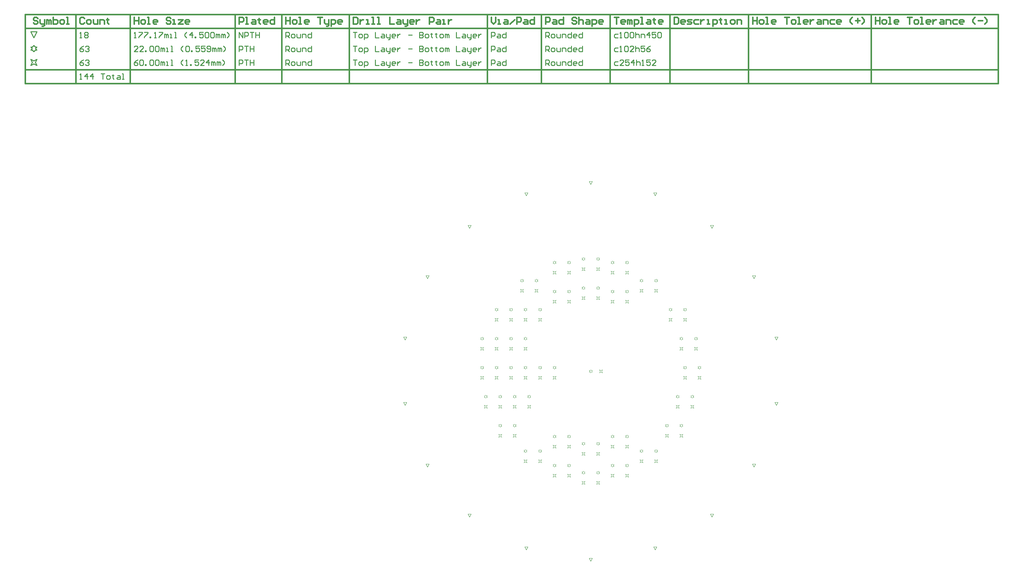
<source format=gbr>
G04 Layer_Color=2752767*
%FSLAX26Y26*%
%MOIN*%
%TF.FileFunction,Drawing*%
%TF.Part,Single*%
G01*
G75*
%TA.AperFunction,NonConductor*%
%ADD13C,0.010000*%
%ADD28C,0.015000*%
%ADD35C,0.016000*%
%ADD59C,0.003333*%
D13*
X-6051454Y3622047D02*
X-6018121Y3688714D01*
X-6084788D02*
X-6018121D01*
X-6084788D02*
X-6051454Y3622047D01*
X-6068121Y3488714D02*
X-6051454Y3472047D01*
X-6084788Y3488714D02*
X-6068121D01*
X-6084788D02*
X-6068121Y3505381D01*
X-6084788Y3522047D02*
X-6068121Y3505381D01*
X-6084788Y3522047D02*
X-6068121D01*
X-6051454Y3538714D01*
X-6034788Y3522047D01*
X-6018121D01*
X-6034788Y3505381D02*
X-6018121Y3522047D01*
X-6034788Y3505381D02*
X-6018121Y3488714D01*
X-6034788D02*
X-6018121D01*
X-6051454Y3472047D02*
X-6034788Y3488714D01*
X-6084788Y3322047D02*
X-6051454Y3338714D01*
X-6018121Y3322047D01*
X-6034788Y3355381D02*
X-6018121Y3322047D01*
X-6034788Y3355381D02*
X-6018121Y3388714D01*
X-6051454Y3372047D02*
X-6018121Y3388714D01*
X-6084788D02*
X-6051454Y3372047D01*
X-6084788Y3388714D02*
X-6068121Y3355381D01*
X-6084788Y3322047D02*
X-6068121Y3355381D01*
X295670Y3662034D02*
X265679D01*
X255683Y3652037D01*
Y3632044D01*
X265679Y3622047D01*
X295670D01*
X315663D02*
X335657D01*
X325660D01*
Y3682028D01*
X315663Y3672031D01*
X365647D02*
X375644Y3682028D01*
X395637D01*
X405634Y3672031D01*
Y3632044D01*
X395637Y3622047D01*
X375644D01*
X365647Y3632044D01*
Y3672031D01*
X425628D02*
X435624Y3682028D01*
X455618D01*
X465615Y3672031D01*
Y3632044D01*
X455618Y3622047D01*
X435624D01*
X425628Y3632044D01*
Y3672031D01*
X485608Y3682028D02*
Y3622047D01*
Y3652037D01*
X495605Y3662034D01*
X515598D01*
X525595Y3652037D01*
Y3622047D01*
X545589D02*
Y3662034D01*
X575579D01*
X585576Y3652037D01*
Y3622047D01*
X635560D02*
Y3682028D01*
X605569Y3652037D01*
X645557D01*
X705537Y3682028D02*
X665550D01*
Y3652037D01*
X685543Y3662034D01*
X695540D01*
X705537Y3652037D01*
Y3632044D01*
X695540Y3622047D01*
X675547D01*
X665550Y3632044D01*
X725531Y3672031D02*
X735527Y3682028D01*
X755521D01*
X765518Y3672031D01*
Y3632044D01*
X755521Y3622047D01*
X735527D01*
X725531Y3632044D01*
Y3672031D01*
X295670Y3512034D02*
X265679D01*
X255683Y3502037D01*
Y3482044D01*
X265679Y3472047D01*
X295670D01*
X315663D02*
X335657D01*
X325660D01*
Y3532028D01*
X315663Y3522031D01*
X365647D02*
X375644Y3532028D01*
X395637D01*
X405634Y3522031D01*
Y3482044D01*
X395637Y3472047D01*
X375644D01*
X365647Y3482044D01*
Y3522031D01*
X465615Y3472047D02*
X425628D01*
X465615Y3512034D01*
Y3522031D01*
X455618Y3532028D01*
X435624D01*
X425628Y3522031D01*
X485608Y3532028D02*
Y3472047D01*
Y3502037D01*
X495605Y3512034D01*
X515598D01*
X525595Y3502037D01*
Y3472047D01*
X585576Y3532028D02*
X545589D01*
Y3502037D01*
X565582Y3512034D01*
X575579D01*
X585576Y3502037D01*
Y3482044D01*
X575579Y3472047D01*
X555586D01*
X545589Y3482044D01*
X645557Y3532028D02*
X625563Y3522031D01*
X605569Y3502037D01*
Y3482044D01*
X615566Y3472047D01*
X635560D01*
X645557Y3482044D01*
Y3492041D01*
X635560Y3502037D01*
X605569D01*
X295670Y3362034D02*
X265679D01*
X255683Y3352037D01*
Y3332044D01*
X265679Y3322047D01*
X295670D01*
X355650D02*
X315663D01*
X355650Y3362034D01*
Y3372031D01*
X345654Y3382028D01*
X325660D01*
X315663Y3372031D01*
X415631Y3382028D02*
X375644D01*
Y3352037D01*
X395637Y3362034D01*
X405634D01*
X415631Y3352037D01*
Y3332044D01*
X405634Y3322047D01*
X385641D01*
X375644Y3332044D01*
X465615Y3322047D02*
Y3382028D01*
X435624Y3352037D01*
X475611D01*
X495605Y3382028D02*
Y3322047D01*
Y3352037D01*
X505602Y3362034D01*
X525595D01*
X535592Y3352037D01*
Y3322047D01*
X555586D02*
X575579D01*
X565582D01*
Y3382028D01*
X555586Y3372031D01*
X645557Y3382028D02*
X605569D01*
Y3352037D01*
X625563Y3362034D01*
X635560D01*
X645557Y3352037D01*
Y3332044D01*
X635560Y3322047D01*
X615566D01*
X605569Y3332044D01*
X705537Y3322047D02*
X665550D01*
X705537Y3362034D01*
Y3372031D01*
X695540Y3382028D01*
X675547D01*
X665550Y3372031D01*
X-490115Y3622047D02*
Y3682028D01*
X-460125D01*
X-450128Y3672031D01*
Y3652037D01*
X-460125Y3642041D01*
X-490115D01*
X-470122D02*
X-450128Y3622047D01*
X-420138D02*
X-400145D01*
X-390148Y3632044D01*
Y3652037D01*
X-400145Y3662034D01*
X-420138D01*
X-430135Y3652037D01*
Y3632044D01*
X-420138Y3622047D01*
X-370154Y3662034D02*
Y3632044D01*
X-360158Y3622047D01*
X-330167D01*
Y3662034D01*
X-310174Y3622047D02*
Y3662034D01*
X-280183D01*
X-270187Y3652037D01*
Y3622047D01*
X-210206Y3682028D02*
Y3622047D01*
X-240196D01*
X-250193Y3632044D01*
Y3652037D01*
X-240196Y3662034D01*
X-210206D01*
X-160222Y3622047D02*
X-180216D01*
X-190213Y3632044D01*
Y3652037D01*
X-180216Y3662034D01*
X-160222D01*
X-150225Y3652037D01*
Y3642041D01*
X-190213D01*
X-90245Y3682028D02*
Y3622047D01*
X-120235D01*
X-130232Y3632044D01*
Y3652037D01*
X-120235Y3662034D01*
X-90245D01*
X-490115Y3472047D02*
Y3532028D01*
X-460125D01*
X-450128Y3522031D01*
Y3502037D01*
X-460125Y3492041D01*
X-490115D01*
X-470122D02*
X-450128Y3472047D01*
X-420138D02*
X-400145D01*
X-390148Y3482044D01*
Y3502037D01*
X-400145Y3512034D01*
X-420138D01*
X-430135Y3502037D01*
Y3482044D01*
X-420138Y3472047D01*
X-370154Y3512034D02*
Y3482044D01*
X-360158Y3472047D01*
X-330167D01*
Y3512034D01*
X-310174Y3472047D02*
Y3512034D01*
X-280183D01*
X-270187Y3502037D01*
Y3472047D01*
X-210206Y3532028D02*
Y3472047D01*
X-240196D01*
X-250193Y3482044D01*
Y3502037D01*
X-240196Y3512034D01*
X-210206D01*
X-160222Y3472047D02*
X-180216D01*
X-190213Y3482044D01*
Y3502037D01*
X-180216Y3512034D01*
X-160222D01*
X-150225Y3502037D01*
Y3492041D01*
X-190213D01*
X-90245Y3532028D02*
Y3472047D01*
X-120235D01*
X-130232Y3482044D01*
Y3502037D01*
X-120235Y3512034D01*
X-90245D01*
X-490115Y3322047D02*
Y3382028D01*
X-460125D01*
X-450128Y3372031D01*
Y3352037D01*
X-460125Y3342041D01*
X-490115D01*
X-470122D02*
X-450128Y3322047D01*
X-420138D02*
X-400145D01*
X-390148Y3332044D01*
Y3352037D01*
X-400145Y3362034D01*
X-420138D01*
X-430135Y3352037D01*
Y3332044D01*
X-420138Y3322047D01*
X-370154Y3362034D02*
Y3332044D01*
X-360158Y3322047D01*
X-330167D01*
Y3362034D01*
X-310174Y3322047D02*
Y3362034D01*
X-280183D01*
X-270187Y3352037D01*
Y3322047D01*
X-210206Y3382028D02*
Y3322047D01*
X-240196D01*
X-250193Y3332044D01*
Y3352037D01*
X-240196Y3362034D01*
X-210206D01*
X-160222Y3322047D02*
X-180216D01*
X-190213Y3332044D01*
Y3352037D01*
X-180216Y3362034D01*
X-160222D01*
X-150225Y3352037D01*
Y3342041D01*
X-190213D01*
X-90245Y3382028D02*
Y3322047D01*
X-120235D01*
X-130232Y3332044D01*
Y3352037D01*
X-120235Y3362034D01*
X-90245D01*
X-1079964Y3622047D02*
Y3682028D01*
X-1049974D01*
X-1039977Y3672031D01*
Y3652037D01*
X-1049974Y3642041D01*
X-1079964D01*
X-1009987Y3662034D02*
X-989993D01*
X-979996Y3652037D01*
Y3622047D01*
X-1009987D01*
X-1019984Y3632044D01*
X-1009987Y3642041D01*
X-979996D01*
X-920016Y3682028D02*
Y3622047D01*
X-950006D01*
X-960003Y3632044D01*
Y3652037D01*
X-950006Y3662034D01*
X-920016D01*
X-1079964Y3472047D02*
Y3532028D01*
X-1049974D01*
X-1039977Y3522031D01*
Y3502037D01*
X-1049974Y3492041D01*
X-1079964D01*
X-1009987Y3512034D02*
X-989993D01*
X-979996Y3502037D01*
Y3472047D01*
X-1009987D01*
X-1019984Y3482044D01*
X-1009987Y3492041D01*
X-979996D01*
X-920016Y3532028D02*
Y3472047D01*
X-950006D01*
X-960003Y3482044D01*
Y3502037D01*
X-950006Y3512034D01*
X-920016D01*
X-1079964Y3322047D02*
Y3382028D01*
X-1049974D01*
X-1039977Y3372031D01*
Y3352037D01*
X-1049974Y3342041D01*
X-1079964D01*
X-1009987Y3362034D02*
X-989993D01*
X-979996Y3352037D01*
Y3322047D01*
X-1009987D01*
X-1019984Y3332044D01*
X-1009987Y3342041D01*
X-979996D01*
X-920016Y3382028D02*
Y3322047D01*
X-950006D01*
X-960003Y3332044D01*
Y3352037D01*
X-950006Y3362034D01*
X-920016D01*
X-2579515Y3682028D02*
X-2539528D01*
X-2559521D01*
Y3622047D01*
X-2509537D02*
X-2489544D01*
X-2479547Y3632044D01*
Y3652037D01*
X-2489544Y3662034D01*
X-2509537D01*
X-2519534Y3652037D01*
Y3632044D01*
X-2509537Y3622047D01*
X-2459553Y3602054D02*
Y3662034D01*
X-2429563D01*
X-2419566Y3652037D01*
Y3632044D01*
X-2429563Y3622047D01*
X-2459553D01*
X-2339592Y3682028D02*
Y3622047D01*
X-2299605D01*
X-2269615Y3662034D02*
X-2249621D01*
X-2239624Y3652037D01*
Y3622047D01*
X-2269615D01*
X-2279612Y3632044D01*
X-2269615Y3642041D01*
X-2239624D01*
X-2219631Y3662034D02*
Y3632044D01*
X-2209634Y3622047D01*
X-2179644D01*
Y3612050D01*
X-2189641Y3602054D01*
X-2199637D01*
X-2179644Y3622047D02*
Y3662034D01*
X-2129660Y3622047D02*
X-2149654D01*
X-2159650Y3632044D01*
Y3652037D01*
X-2149654Y3662034D01*
X-2129660D01*
X-2119663Y3652037D01*
Y3642041D01*
X-2159650D01*
X-2099670Y3662034D02*
Y3622047D01*
Y3642041D01*
X-2089673Y3652037D01*
X-2079676Y3662034D01*
X-2069680D01*
X-1979709Y3652037D02*
X-1939722D01*
X-1859747Y3682028D02*
Y3622047D01*
X-1829757D01*
X-1819760Y3632044D01*
Y3642041D01*
X-1829757Y3652037D01*
X-1859747D01*
X-1829757D01*
X-1819760Y3662034D01*
Y3672031D01*
X-1829757Y3682028D01*
X-1859747D01*
X-1789770Y3622047D02*
X-1769776D01*
X-1759780Y3632044D01*
Y3652037D01*
X-1769776Y3662034D01*
X-1789770D01*
X-1799767Y3652037D01*
Y3632044D01*
X-1789770Y3622047D01*
X-1729789Y3672031D02*
Y3662034D01*
X-1739786D01*
X-1719793D01*
X-1729789D01*
Y3632044D01*
X-1719793Y3622047D01*
X-1679806Y3672031D02*
Y3662034D01*
X-1689802D01*
X-1669809D01*
X-1679806D01*
Y3632044D01*
X-1669809Y3622047D01*
X-1629822D02*
X-1609828D01*
X-1599832Y3632044D01*
Y3652037D01*
X-1609828Y3662034D01*
X-1629822D01*
X-1639819Y3652037D01*
Y3632044D01*
X-1629822Y3622047D01*
X-1579838D02*
Y3662034D01*
X-1569841D01*
X-1559844Y3652037D01*
Y3622047D01*
Y3652037D01*
X-1549848Y3662034D01*
X-1539851Y3652037D01*
Y3622047D01*
X-1459877Y3682028D02*
Y3622047D01*
X-1419890D01*
X-1389899Y3662034D02*
X-1369906D01*
X-1359909Y3652037D01*
Y3622047D01*
X-1389899D01*
X-1399896Y3632044D01*
X-1389899Y3642041D01*
X-1359909D01*
X-1339916Y3662034D02*
Y3632044D01*
X-1329919Y3622047D01*
X-1299928D01*
Y3612050D01*
X-1309925Y3602054D01*
X-1319922D01*
X-1299928Y3622047D02*
Y3662034D01*
X-1249945Y3622047D02*
X-1269938D01*
X-1279935Y3632044D01*
Y3652037D01*
X-1269938Y3662034D01*
X-1249945D01*
X-1239948Y3652037D01*
Y3642041D01*
X-1279935D01*
X-1219954Y3662034D02*
Y3622047D01*
Y3642041D01*
X-1209958Y3652037D01*
X-1199961Y3662034D01*
X-1189964D01*
X-2579515Y3532028D02*
X-2539528D01*
X-2559521D01*
Y3472047D01*
X-2509537D02*
X-2489544D01*
X-2479547Y3482044D01*
Y3502037D01*
X-2489544Y3512034D01*
X-2509537D01*
X-2519534Y3502037D01*
Y3482044D01*
X-2509537Y3472047D01*
X-2459553Y3452054D02*
Y3512034D01*
X-2429563D01*
X-2419566Y3502037D01*
Y3482044D01*
X-2429563Y3472047D01*
X-2459553D01*
X-2339592Y3532028D02*
Y3472047D01*
X-2299605D01*
X-2269615Y3512034D02*
X-2249621D01*
X-2239624Y3502037D01*
Y3472047D01*
X-2269615D01*
X-2279612Y3482044D01*
X-2269615Y3492041D01*
X-2239624D01*
X-2219631Y3512034D02*
Y3482044D01*
X-2209634Y3472047D01*
X-2179644D01*
Y3462050D01*
X-2189641Y3452054D01*
X-2199637D01*
X-2179644Y3472047D02*
Y3512034D01*
X-2129660Y3472047D02*
X-2149654D01*
X-2159650Y3482044D01*
Y3502037D01*
X-2149654Y3512034D01*
X-2129660D01*
X-2119663Y3502037D01*
Y3492041D01*
X-2159650D01*
X-2099670Y3512034D02*
Y3472047D01*
Y3492041D01*
X-2089673Y3502037D01*
X-2079676Y3512034D01*
X-2069680D01*
X-1979709Y3502037D02*
X-1939722D01*
X-1859747Y3532028D02*
Y3472047D01*
X-1829757D01*
X-1819760Y3482044D01*
Y3492041D01*
X-1829757Y3502037D01*
X-1859747D01*
X-1829757D01*
X-1819760Y3512034D01*
Y3522031D01*
X-1829757Y3532028D01*
X-1859747D01*
X-1789770Y3472047D02*
X-1769776D01*
X-1759780Y3482044D01*
Y3502037D01*
X-1769776Y3512034D01*
X-1789770D01*
X-1799767Y3502037D01*
Y3482044D01*
X-1789770Y3472047D01*
X-1729789Y3522031D02*
Y3512034D01*
X-1739786D01*
X-1719793D01*
X-1729789D01*
Y3482044D01*
X-1719793Y3472047D01*
X-1679806Y3522031D02*
Y3512034D01*
X-1689802D01*
X-1669809D01*
X-1679806D01*
Y3482044D01*
X-1669809Y3472047D01*
X-1629822D02*
X-1609828D01*
X-1599832Y3482044D01*
Y3502037D01*
X-1609828Y3512034D01*
X-1629822D01*
X-1639819Y3502037D01*
Y3482044D01*
X-1629822Y3472047D01*
X-1579838D02*
Y3512034D01*
X-1569841D01*
X-1559844Y3502037D01*
Y3472047D01*
Y3502037D01*
X-1549848Y3512034D01*
X-1539851Y3502037D01*
Y3472047D01*
X-1459877Y3532028D02*
Y3472047D01*
X-1419890D01*
X-1389899Y3512034D02*
X-1369906D01*
X-1359909Y3502037D01*
Y3472047D01*
X-1389899D01*
X-1399896Y3482044D01*
X-1389899Y3492041D01*
X-1359909D01*
X-1339916Y3512034D02*
Y3482044D01*
X-1329919Y3472047D01*
X-1299928D01*
Y3462050D01*
X-1309925Y3452054D01*
X-1319922D01*
X-1299928Y3472047D02*
Y3512034D01*
X-1249945Y3472047D02*
X-1269938D01*
X-1279935Y3482044D01*
Y3502037D01*
X-1269938Y3512034D01*
X-1249945D01*
X-1239948Y3502037D01*
Y3492041D01*
X-1279935D01*
X-1219954Y3512034D02*
Y3472047D01*
Y3492041D01*
X-1209958Y3502037D01*
X-1199961Y3512034D01*
X-1189964D01*
X-2579515Y3382028D02*
X-2539528D01*
X-2559521D01*
Y3322047D01*
X-2509537D02*
X-2489544D01*
X-2479547Y3332044D01*
Y3352037D01*
X-2489544Y3362034D01*
X-2509537D01*
X-2519534Y3352037D01*
Y3332044D01*
X-2509537Y3322047D01*
X-2459553Y3302054D02*
Y3362034D01*
X-2429563D01*
X-2419566Y3352037D01*
Y3332044D01*
X-2429563Y3322047D01*
X-2459553D01*
X-2339592Y3382028D02*
Y3322047D01*
X-2299605D01*
X-2269615Y3362034D02*
X-2249621D01*
X-2239624Y3352037D01*
Y3322047D01*
X-2269615D01*
X-2279612Y3332044D01*
X-2269615Y3342041D01*
X-2239624D01*
X-2219631Y3362034D02*
Y3332044D01*
X-2209634Y3322047D01*
X-2179644D01*
Y3312050D01*
X-2189641Y3302054D01*
X-2199637D01*
X-2179644Y3322047D02*
Y3362034D01*
X-2129660Y3322047D02*
X-2149654D01*
X-2159650Y3332044D01*
Y3352037D01*
X-2149654Y3362034D01*
X-2129660D01*
X-2119663Y3352037D01*
Y3342041D01*
X-2159650D01*
X-2099670Y3362034D02*
Y3322047D01*
Y3342041D01*
X-2089673Y3352037D01*
X-2079676Y3362034D01*
X-2069680D01*
X-1979709Y3352037D02*
X-1939722D01*
X-1859747Y3382028D02*
Y3322047D01*
X-1829757D01*
X-1819760Y3332044D01*
Y3342041D01*
X-1829757Y3352037D01*
X-1859747D01*
X-1829757D01*
X-1819760Y3362034D01*
Y3372031D01*
X-1829757Y3382028D01*
X-1859747D01*
X-1789770Y3322047D02*
X-1769776D01*
X-1759780Y3332044D01*
Y3352037D01*
X-1769776Y3362034D01*
X-1789770D01*
X-1799767Y3352037D01*
Y3332044D01*
X-1789770Y3322047D01*
X-1729789Y3372031D02*
Y3362034D01*
X-1739786D01*
X-1719793D01*
X-1729789D01*
Y3332044D01*
X-1719793Y3322047D01*
X-1679806Y3372031D02*
Y3362034D01*
X-1689802D01*
X-1669809D01*
X-1679806D01*
Y3332044D01*
X-1669809Y3322047D01*
X-1629822D02*
X-1609828D01*
X-1599832Y3332044D01*
Y3352037D01*
X-1609828Y3362034D01*
X-1629822D01*
X-1639819Y3352037D01*
Y3332044D01*
X-1629822Y3322047D01*
X-1579838D02*
Y3362034D01*
X-1569841D01*
X-1559844Y3352037D01*
Y3322047D01*
Y3352037D01*
X-1549848Y3362034D01*
X-1539851Y3352037D01*
Y3322047D01*
X-1459877Y3382028D02*
Y3322047D01*
X-1419890D01*
X-1389899Y3362034D02*
X-1369906D01*
X-1359909Y3352037D01*
Y3322047D01*
X-1389899D01*
X-1399896Y3332044D01*
X-1389899Y3342041D01*
X-1359909D01*
X-1339916Y3362034D02*
Y3332044D01*
X-1329919Y3322047D01*
X-1299928D01*
Y3312050D01*
X-1309925Y3302054D01*
X-1319922D01*
X-1299928Y3322047D02*
Y3362034D01*
X-1249945Y3322047D02*
X-1269938D01*
X-1279935Y3332044D01*
Y3352037D01*
X-1269938Y3362034D01*
X-1249945D01*
X-1239948Y3352037D01*
Y3342041D01*
X-1279935D01*
X-1219954Y3362034D02*
Y3322047D01*
Y3342041D01*
X-1209958Y3352037D01*
X-1199961Y3362034D01*
X-1189964D01*
X-3313317Y3622047D02*
Y3682028D01*
X-3283326D01*
X-3273329Y3672031D01*
Y3652037D01*
X-3283326Y3642041D01*
X-3313317D01*
X-3293323D02*
X-3273329Y3622047D01*
X-3243339D02*
X-3223346D01*
X-3213349Y3632044D01*
Y3652037D01*
X-3223346Y3662034D01*
X-3243339D01*
X-3253336Y3652037D01*
Y3632044D01*
X-3243339Y3622047D01*
X-3193355Y3662034D02*
Y3632044D01*
X-3183359Y3622047D01*
X-3153368D01*
Y3662034D01*
X-3133375Y3622047D02*
Y3662034D01*
X-3103385D01*
X-3093388Y3652037D01*
Y3622047D01*
X-3033407Y3682028D02*
Y3622047D01*
X-3063397D01*
X-3073394Y3632044D01*
Y3652037D01*
X-3063397Y3662034D01*
X-3033407D01*
X-3313317Y3472047D02*
Y3532028D01*
X-3283326D01*
X-3273329Y3522031D01*
Y3502037D01*
X-3283326Y3492041D01*
X-3313317D01*
X-3293323D02*
X-3273329Y3472047D01*
X-3243339D02*
X-3223346D01*
X-3213349Y3482044D01*
Y3502037D01*
X-3223346Y3512034D01*
X-3243339D01*
X-3253336Y3502037D01*
Y3482044D01*
X-3243339Y3472047D01*
X-3193355Y3512034D02*
Y3482044D01*
X-3183359Y3472047D01*
X-3153368D01*
Y3512034D01*
X-3133375Y3472047D02*
Y3512034D01*
X-3103385D01*
X-3093388Y3502037D01*
Y3472047D01*
X-3033407Y3532028D02*
Y3472047D01*
X-3063397D01*
X-3073394Y3482044D01*
Y3502037D01*
X-3063397Y3512034D01*
X-3033407D01*
X-3313317Y3322047D02*
Y3382028D01*
X-3283326D01*
X-3273329Y3372031D01*
Y3352037D01*
X-3283326Y3342041D01*
X-3313317D01*
X-3293323D02*
X-3273329Y3322047D01*
X-3243339D02*
X-3223346D01*
X-3213349Y3332044D01*
Y3352037D01*
X-3223346Y3362034D01*
X-3243339D01*
X-3253336Y3352037D01*
Y3332044D01*
X-3243339Y3322047D01*
X-3193355Y3362034D02*
Y3332044D01*
X-3183359Y3322047D01*
X-3153368D01*
Y3362034D01*
X-3133375Y3322047D02*
Y3362034D01*
X-3103385D01*
X-3093388Y3352037D01*
Y3322047D01*
X-3033407Y3382028D02*
Y3322047D01*
X-3063397D01*
X-3073394Y3332044D01*
Y3352037D01*
X-3063397Y3362034D01*
X-3033407D01*
X-3819192Y3622047D02*
Y3682028D01*
X-3779205Y3622047D01*
Y3682028D01*
X-3759212Y3622047D02*
Y3682028D01*
X-3729222D01*
X-3719225Y3672031D01*
Y3652037D01*
X-3729222Y3642041D01*
X-3759212D01*
X-3699231Y3682028D02*
X-3659244D01*
X-3679238D01*
Y3622047D01*
X-3639251Y3682028D02*
Y3622047D01*
Y3652037D01*
X-3599264D01*
Y3682028D01*
Y3622047D01*
X-3819192Y3472047D02*
Y3532028D01*
X-3789202D01*
X-3779205Y3522031D01*
Y3502037D01*
X-3789202Y3492041D01*
X-3819192D01*
X-3759212Y3532028D02*
X-3719225D01*
X-3739218D01*
Y3472047D01*
X-3699231Y3532028D02*
Y3472047D01*
Y3502037D01*
X-3659244D01*
Y3532028D01*
Y3472047D01*
X-3819192Y3322047D02*
Y3382028D01*
X-3789202D01*
X-3779205Y3372031D01*
Y3352037D01*
X-3789202Y3342041D01*
X-3819192D01*
X-3759212Y3382028D02*
X-3719225D01*
X-3739218D01*
Y3322047D01*
X-3699231Y3382028D02*
Y3322047D01*
Y3352037D01*
X-3659244D01*
Y3382028D01*
Y3322047D01*
X-4958859Y3622047D02*
X-4938866D01*
X-4948862D01*
Y3682028D01*
X-4958859Y3672031D01*
X-4908875Y3682028D02*
X-4868888D01*
Y3672031D01*
X-4908875Y3632044D01*
Y3622047D01*
X-4848895Y3682028D02*
X-4808908D01*
Y3672031D01*
X-4848895Y3632044D01*
Y3622047D01*
X-4788914D02*
Y3632044D01*
X-4778917D01*
Y3622047D01*
X-4788914D01*
X-4738930D02*
X-4718937D01*
X-4728934D01*
Y3682028D01*
X-4738930Y3672031D01*
X-4688947Y3682028D02*
X-4648959D01*
Y3672031D01*
X-4688947Y3632044D01*
Y3622047D01*
X-4628966D02*
Y3662034D01*
X-4618969D01*
X-4608972Y3652037D01*
Y3622047D01*
Y3652037D01*
X-4598976Y3662034D01*
X-4588979Y3652037D01*
Y3622047D01*
X-4568985D02*
X-4548992D01*
X-4558989D01*
Y3662034D01*
X-4568985D01*
X-4519002Y3622047D02*
X-4499008D01*
X-4509005D01*
Y3682028D01*
X-4519002D01*
X-4389044Y3622047D02*
X-4409037Y3642041D01*
Y3662034D01*
X-4389044Y3682028D01*
X-4329063Y3622047D02*
Y3682028D01*
X-4359053Y3652037D01*
X-4319066D01*
X-4299073Y3622047D02*
Y3632044D01*
X-4289076D01*
Y3622047D01*
X-4299073D01*
X-4209102Y3682028D02*
X-4249089D01*
Y3652037D01*
X-4229095Y3662034D01*
X-4219099D01*
X-4209102Y3652037D01*
Y3632044D01*
X-4219099Y3622047D01*
X-4239092D01*
X-4249089Y3632044D01*
X-4189108Y3672031D02*
X-4179111Y3682028D01*
X-4159118D01*
X-4149121Y3672031D01*
Y3632044D01*
X-4159118Y3622047D01*
X-4179111D01*
X-4189108Y3632044D01*
Y3672031D01*
X-4129128D02*
X-4119131Y3682028D01*
X-4099137D01*
X-4089141Y3672031D01*
Y3632044D01*
X-4099137Y3622047D01*
X-4119131D01*
X-4129128Y3632044D01*
Y3672031D01*
X-4069147Y3622047D02*
Y3662034D01*
X-4059150D01*
X-4049154Y3652037D01*
Y3622047D01*
Y3652037D01*
X-4039157Y3662034D01*
X-4029160Y3652037D01*
Y3622047D01*
X-4009166D02*
Y3662034D01*
X-3999170D01*
X-3989173Y3652037D01*
Y3622047D01*
Y3652037D01*
X-3979176Y3662034D01*
X-3969179Y3652037D01*
Y3622047D01*
X-3949186D02*
X-3929192Y3642041D01*
Y3662034D01*
X-3949186Y3682028D01*
X-4918872Y3472047D02*
X-4958859D01*
X-4918872Y3512034D01*
Y3522031D01*
X-4928869Y3532028D01*
X-4948862D01*
X-4958859Y3522031D01*
X-4858891Y3472047D02*
X-4898878D01*
X-4858891Y3512034D01*
Y3522031D01*
X-4868888Y3532028D01*
X-4888882D01*
X-4898878Y3522031D01*
X-4838898Y3472047D02*
Y3482044D01*
X-4828901D01*
Y3472047D01*
X-4838898D01*
X-4788914Y3522031D02*
X-4778917Y3532028D01*
X-4758924D01*
X-4748927Y3522031D01*
Y3482044D01*
X-4758924Y3472047D01*
X-4778917D01*
X-4788914Y3482044D01*
Y3522031D01*
X-4728934D02*
X-4718937Y3532028D01*
X-4698943D01*
X-4688946Y3522031D01*
Y3482044D01*
X-4698943Y3472047D01*
X-4718937D01*
X-4728934Y3482044D01*
Y3522031D01*
X-4668953Y3472047D02*
Y3512034D01*
X-4658956D01*
X-4648959Y3502037D01*
Y3472047D01*
Y3502037D01*
X-4638963Y3512034D01*
X-4628966Y3502037D01*
Y3472047D01*
X-4608972D02*
X-4588979D01*
X-4598975D01*
Y3512034D01*
X-4608972D01*
X-4558989Y3472047D02*
X-4538995D01*
X-4548992D01*
Y3532028D01*
X-4558989D01*
X-4429031Y3472047D02*
X-4449024Y3492041D01*
Y3512034D01*
X-4429031Y3532028D01*
X-4399040Y3522031D02*
X-4389043Y3532028D01*
X-4369050D01*
X-4359053Y3522031D01*
Y3482044D01*
X-4369050Y3472047D01*
X-4389043D01*
X-4399040Y3482044D01*
Y3522031D01*
X-4339060Y3472047D02*
Y3482044D01*
X-4329063D01*
Y3472047D01*
X-4339060D01*
X-4249089Y3532028D02*
X-4289076D01*
Y3502037D01*
X-4269082Y3512034D01*
X-4259086D01*
X-4249089Y3502037D01*
Y3482044D01*
X-4259086Y3472047D01*
X-4279079D01*
X-4289076Y3482044D01*
X-4189108Y3532028D02*
X-4229095D01*
Y3502037D01*
X-4209102Y3512034D01*
X-4199105D01*
X-4189108Y3502037D01*
Y3482044D01*
X-4199105Y3472047D01*
X-4219099D01*
X-4229095Y3482044D01*
X-4169115D02*
X-4159118Y3472047D01*
X-4139124D01*
X-4129128Y3482044D01*
Y3522031D01*
X-4139124Y3532028D01*
X-4159118D01*
X-4169115Y3522031D01*
Y3512034D01*
X-4159118Y3502037D01*
X-4129128D01*
X-4109134Y3472047D02*
Y3512034D01*
X-4099137D01*
X-4089141Y3502037D01*
Y3472047D01*
Y3502037D01*
X-4079144Y3512034D01*
X-4069147Y3502037D01*
Y3472047D01*
X-4049153D02*
Y3512034D01*
X-4039157D01*
X-4029160Y3502037D01*
Y3472047D01*
Y3502037D01*
X-4019163Y3512034D01*
X-4009166Y3502037D01*
Y3472047D01*
X-3989173D02*
X-3969179Y3492041D01*
Y3512034D01*
X-3989173Y3532028D01*
X-4918872Y3382028D02*
X-4938866Y3372031D01*
X-4958859Y3352037D01*
Y3332044D01*
X-4948862Y3322047D01*
X-4928869D01*
X-4918872Y3332044D01*
Y3342041D01*
X-4928869Y3352037D01*
X-4958859D01*
X-4898878Y3372031D02*
X-4888882Y3382028D01*
X-4868888D01*
X-4858891Y3372031D01*
Y3332044D01*
X-4868888Y3322047D01*
X-4888882D01*
X-4898878Y3332044D01*
Y3372031D01*
X-4838898Y3322047D02*
Y3332044D01*
X-4828901D01*
Y3322047D01*
X-4838898D01*
X-4788914Y3372031D02*
X-4778917Y3382028D01*
X-4758924D01*
X-4748927Y3372031D01*
Y3332044D01*
X-4758924Y3322047D01*
X-4778917D01*
X-4788914Y3332044D01*
Y3372031D01*
X-4728934D02*
X-4718937Y3382028D01*
X-4698943D01*
X-4688946Y3372031D01*
Y3332044D01*
X-4698943Y3322047D01*
X-4718937D01*
X-4728934Y3332044D01*
Y3372031D01*
X-4668953Y3322047D02*
Y3362034D01*
X-4658956D01*
X-4648959Y3352037D01*
Y3322047D01*
Y3352037D01*
X-4638963Y3362034D01*
X-4628966Y3352037D01*
Y3322047D01*
X-4608972D02*
X-4588979D01*
X-4598975D01*
Y3362034D01*
X-4608972D01*
X-4558989Y3322047D02*
X-4538995D01*
X-4548992D01*
Y3382028D01*
X-4558989D01*
X-4429031Y3322047D02*
X-4449024Y3342041D01*
Y3362034D01*
X-4429031Y3382028D01*
X-4399040Y3322047D02*
X-4379047D01*
X-4389043D01*
Y3382028D01*
X-4399040Y3372031D01*
X-4349056Y3322047D02*
Y3332044D01*
X-4339060D01*
Y3322047D01*
X-4349056D01*
X-4259086Y3382028D02*
X-4299073D01*
Y3352037D01*
X-4279079Y3362034D01*
X-4269082D01*
X-4259086Y3352037D01*
Y3332044D01*
X-4269082Y3322047D01*
X-4289076D01*
X-4299073Y3332044D01*
X-4199105Y3322047D02*
X-4239092D01*
X-4199105Y3362034D01*
Y3372031D01*
X-4209102Y3382028D01*
X-4229095D01*
X-4239092Y3372031D01*
X-4149121Y3322047D02*
Y3382028D01*
X-4179111Y3352037D01*
X-4139124D01*
X-4119131Y3322047D02*
Y3362034D01*
X-4109134D01*
X-4099137Y3352037D01*
Y3322047D01*
Y3352037D01*
X-4089141Y3362034D01*
X-4079144Y3352037D01*
Y3322047D01*
X-4059150D02*
Y3362034D01*
X-4049153D01*
X-4039157Y3352037D01*
Y3322047D01*
Y3352037D01*
X-4029160Y3362034D01*
X-4019163Y3352037D01*
Y3322047D01*
X-3999170D02*
X-3979176Y3342041D01*
Y3362034D01*
X-3999170Y3382028D01*
X-5548704Y3172047D02*
X-5528710D01*
X-5538707D01*
Y3232028D01*
X-5548704Y3222031D01*
X-5468730Y3172047D02*
Y3232028D01*
X-5498720Y3202037D01*
X-5458733D01*
X-5408749Y3172047D02*
Y3232028D01*
X-5438739Y3202037D01*
X-5398752D01*
X-5318778Y3232028D02*
X-5278791D01*
X-5298785D01*
Y3172047D01*
X-5248801D02*
X-5228807D01*
X-5218810Y3182044D01*
Y3202037D01*
X-5228807Y3212034D01*
X-5248801D01*
X-5258798Y3202037D01*
Y3182044D01*
X-5248801Y3172047D01*
X-5188820Y3222031D02*
Y3212034D01*
X-5198817D01*
X-5178824D01*
X-5188820D01*
Y3182044D01*
X-5178824Y3172047D01*
X-5138836Y3212034D02*
X-5118843D01*
X-5108846Y3202037D01*
Y3172047D01*
X-5138836D01*
X-5148833Y3182044D01*
X-5138836Y3192041D01*
X-5108846D01*
X-5088853Y3172047D02*
X-5068859D01*
X-5078856D01*
Y3232028D01*
X-5088853D01*
X-5548704Y3622047D02*
X-5528710D01*
X-5538707D01*
Y3682028D01*
X-5548704Y3672031D01*
X-5498720D02*
X-5488723Y3682028D01*
X-5468730D01*
X-5458733Y3672031D01*
Y3662034D01*
X-5468730Y3652037D01*
X-5458733Y3642041D01*
Y3632044D01*
X-5468730Y3622047D01*
X-5488723D01*
X-5498720Y3632044D01*
Y3642041D01*
X-5488723Y3652037D01*
X-5498720Y3662034D01*
Y3672031D01*
X-5488723Y3652037D02*
X-5468730D01*
X-5508717Y3532028D02*
X-5528710Y3522031D01*
X-5548704Y3502037D01*
Y3482044D01*
X-5538707Y3472047D01*
X-5518713D01*
X-5508717Y3482044D01*
Y3492041D01*
X-5518713Y3502037D01*
X-5548704D01*
X-5488723Y3522031D02*
X-5478726Y3532028D01*
X-5458733D01*
X-5448736Y3522031D01*
Y3512034D01*
X-5458733Y3502037D01*
X-5468730D01*
X-5458733D01*
X-5448736Y3492041D01*
Y3482044D01*
X-5458733Y3472047D01*
X-5478726D01*
X-5488723Y3482044D01*
X-5508717Y3382028D02*
X-5528710Y3372031D01*
X-5548704Y3352037D01*
Y3332044D01*
X-5538707Y3322047D01*
X-5518713D01*
X-5508717Y3332044D01*
Y3342041D01*
X-5518713Y3352037D01*
X-5548704D01*
X-5488723Y3372031D02*
X-5478726Y3382028D01*
X-5458733D01*
X-5448736Y3372031D01*
Y3362034D01*
X-5458733Y3352037D01*
X-5468730D01*
X-5458733D01*
X-5448736Y3342041D01*
Y3332044D01*
X-5458733Y3322047D01*
X-5478726D01*
X-5488723Y3332044D01*
D28*
X-6144579Y3727047D02*
X4426491D01*
X-6144579Y3277047D02*
X4426491D01*
X-6144579Y3127047D02*
X4426491D01*
Y3877047D01*
X-6144579D02*
X4426491D01*
X-6144579Y3127047D02*
Y3877047D01*
X3047883Y3127047D02*
Y3877047D01*
X1714275Y3127047D02*
Y3877047D01*
X860512Y3127047D02*
Y3877047D01*
X210683Y3127047D02*
Y3877047D01*
X-535115Y3127047D02*
Y3877047D01*
X-1124964Y3127047D02*
Y3877047D01*
X-2624515Y3127047D02*
Y3877047D01*
X-3358317Y3127047D02*
Y3877047D01*
X-3864192Y3127047D02*
Y3877047D01*
X-5003859Y3127047D02*
Y3877047D01*
X-5593704Y3127047D02*
Y3877047D01*
D35*
X3092883Y3844024D02*
Y3772047D01*
Y3808036D01*
X3140867D01*
Y3844024D01*
Y3772047D01*
X3176856D02*
X3200848D01*
X3212844Y3784043D01*
Y3808036D01*
X3200848Y3820032D01*
X3176856D01*
X3164860Y3808036D01*
Y3784043D01*
X3176856Y3772047D01*
X3236836D02*
X3260828D01*
X3248832D01*
Y3844024D01*
X3236836D01*
X3332805Y3772047D02*
X3308813D01*
X3296817Y3784043D01*
Y3808036D01*
X3308813Y3820032D01*
X3332805D01*
X3344801Y3808036D01*
Y3796039D01*
X3296817D01*
X3440770Y3844024D02*
X3488755D01*
X3464762D01*
Y3772047D01*
X3524743D02*
X3548735D01*
X3560731Y3784043D01*
Y3808036D01*
X3548735Y3820032D01*
X3524743D01*
X3512747Y3808036D01*
Y3784043D01*
X3524743Y3772047D01*
X3584724D02*
X3608716D01*
X3596720D01*
Y3844024D01*
X3584724D01*
X3680693Y3772047D02*
X3656700D01*
X3644704Y3784043D01*
Y3808036D01*
X3656700Y3820032D01*
X3680693D01*
X3692689Y3808036D01*
Y3796039D01*
X3644704D01*
X3716681Y3820032D02*
Y3772047D01*
Y3796039D01*
X3728677Y3808036D01*
X3740673Y3820032D01*
X3752669D01*
X3800654D02*
X3824646D01*
X3836642Y3808036D01*
Y3772047D01*
X3800654D01*
X3788658Y3784043D01*
X3800654Y3796039D01*
X3836642D01*
X3860634Y3772047D02*
Y3820032D01*
X3896623D01*
X3908619Y3808036D01*
Y3772047D01*
X3980595Y3820032D02*
X3944607D01*
X3932611Y3808036D01*
Y3784043D01*
X3944607Y3772047D01*
X3980595D01*
X4040576D02*
X4016584D01*
X4004588Y3784043D01*
Y3808036D01*
X4016584Y3820032D01*
X4040576D01*
X4052572Y3808036D01*
Y3796039D01*
X4004588D01*
X4172533Y3772047D02*
X4148541Y3796039D01*
Y3820032D01*
X4172533Y3844024D01*
X4208522Y3808036D02*
X4256506D01*
X4280498Y3772047D02*
X4304491Y3796039D01*
Y3820032D01*
X4280498Y3844024D01*
X1759275D02*
Y3772047D01*
Y3808036D01*
X1807259D01*
Y3844024D01*
Y3772047D01*
X1843248D02*
X1867240D01*
X1879236Y3784043D01*
Y3808036D01*
X1867240Y3820032D01*
X1843248D01*
X1831252Y3808036D01*
Y3784043D01*
X1843248Y3772047D01*
X1903228D02*
X1927221D01*
X1915225D01*
Y3844024D01*
X1903228D01*
X1999197Y3772047D02*
X1975205D01*
X1963209Y3784043D01*
Y3808036D01*
X1975205Y3820032D01*
X1999197D01*
X2011194Y3808036D01*
Y3796039D01*
X1963209D01*
X2107162Y3844024D02*
X2155147D01*
X2131155D01*
Y3772047D01*
X2191135D02*
X2215128D01*
X2227124Y3784043D01*
Y3808036D01*
X2215128Y3820032D01*
X2191135D01*
X2179139Y3808036D01*
Y3784043D01*
X2191135Y3772047D01*
X2251116D02*
X2275108D01*
X2263112D01*
Y3844024D01*
X2251116D01*
X2347085Y3772047D02*
X2323093D01*
X2311096Y3784043D01*
Y3808036D01*
X2323093Y3820032D01*
X2347085D01*
X2359081Y3808036D01*
Y3796039D01*
X2311096D01*
X2383073Y3820032D02*
Y3772047D01*
Y3796039D01*
X2395069Y3808036D01*
X2407065Y3820032D01*
X2419061D01*
X2467046D02*
X2491038D01*
X2503034Y3808036D01*
Y3772047D01*
X2467046D01*
X2455050Y3784043D01*
X2467046Y3796039D01*
X2503034D01*
X2527026Y3772047D02*
Y3820032D01*
X2563015D01*
X2575011Y3808036D01*
Y3772047D01*
X2646988Y3820032D02*
X2610999D01*
X2599003Y3808036D01*
Y3784043D01*
X2610999Y3772047D01*
X2646988D01*
X2706968D02*
X2682976D01*
X2670980Y3784043D01*
Y3808036D01*
X2682976Y3820032D01*
X2706968D01*
X2718964Y3808036D01*
Y3796039D01*
X2670980D01*
X2838925Y3772047D02*
X2814933Y3796039D01*
Y3820032D01*
X2838925Y3844024D01*
X2874914Y3808036D02*
X2922898D01*
X2898906Y3832028D02*
Y3784043D01*
X2946891Y3772047D02*
X2970883Y3796039D01*
Y3820032D01*
X2946891Y3844024D01*
X905512D02*
Y3772047D01*
X941500D01*
X953496Y3784043D01*
Y3832028D01*
X941500Y3844024D01*
X905512D01*
X1013477Y3772047D02*
X989485D01*
X977489Y3784043D01*
Y3808036D01*
X989485Y3820032D01*
X1013477D01*
X1025473Y3808036D01*
Y3796039D01*
X977489D01*
X1049465Y3772047D02*
X1085454D01*
X1097450Y3784043D01*
X1085454Y3796039D01*
X1061461D01*
X1049465Y3808036D01*
X1061461Y3820032D01*
X1097450D01*
X1169426D02*
X1133438D01*
X1121442Y3808036D01*
Y3784043D01*
X1133438Y3772047D01*
X1169426D01*
X1193419Y3820032D02*
Y3772047D01*
Y3796039D01*
X1205415Y3808036D01*
X1217411Y3820032D01*
X1229407D01*
X1265395Y3772047D02*
X1289388D01*
X1277391D01*
Y3820032D01*
X1265395D01*
X1325376Y3748055D02*
Y3820032D01*
X1361364D01*
X1373360Y3808036D01*
Y3784043D01*
X1361364Y3772047D01*
X1325376D01*
X1409349Y3832028D02*
Y3820032D01*
X1397353D01*
X1421345D01*
X1409349D01*
Y3784043D01*
X1421345Y3772047D01*
X1457333D02*
X1481325D01*
X1469329D01*
Y3820032D01*
X1457333D01*
X1529310Y3772047D02*
X1553302D01*
X1565298Y3784043D01*
Y3808036D01*
X1553302Y3820032D01*
X1529310D01*
X1517314Y3808036D01*
Y3784043D01*
X1529310Y3772047D01*
X1589291D02*
Y3820032D01*
X1625279D01*
X1637275Y3808036D01*
Y3772047D01*
X255683Y3844024D02*
X303667D01*
X279675D01*
Y3772047D01*
X363648D02*
X339655D01*
X327659Y3784043D01*
Y3808036D01*
X339655Y3820032D01*
X363648D01*
X375644Y3808036D01*
Y3796039D01*
X327659D01*
X399636Y3772047D02*
Y3820032D01*
X411632D01*
X423628Y3808036D01*
Y3772047D01*
Y3808036D01*
X435624Y3820032D01*
X447620Y3808036D01*
Y3772047D01*
X471613Y3748055D02*
Y3820032D01*
X507601D01*
X519597Y3808036D01*
Y3784043D01*
X507601Y3772047D01*
X471613D01*
X543589D02*
X567582D01*
X555586D01*
Y3844024D01*
X543589D01*
X615566Y3820032D02*
X639558D01*
X651554Y3808036D01*
Y3772047D01*
X615566D01*
X603570Y3784043D01*
X615566Y3796039D01*
X651554D01*
X687543Y3832028D02*
Y3820032D01*
X675547D01*
X699539D01*
X687543D01*
Y3784043D01*
X699539Y3772047D01*
X771516D02*
X747523D01*
X735527Y3784043D01*
Y3808036D01*
X747523Y3820032D01*
X771516D01*
X783512Y3808036D01*
Y3796039D01*
X735527D01*
X-490115Y3772047D02*
Y3844024D01*
X-454127D01*
X-442131Y3832028D01*
Y3808036D01*
X-454127Y3796039D01*
X-490115D01*
X-406143Y3820032D02*
X-382150D01*
X-370154Y3808036D01*
Y3772047D01*
X-406143D01*
X-418139Y3784043D01*
X-406143Y3796039D01*
X-370154D01*
X-298178Y3844024D02*
Y3772047D01*
X-334166D01*
X-346162Y3784043D01*
Y3808036D01*
X-334166Y3820032D01*
X-298178D01*
X-154224Y3832028D02*
X-166220Y3844024D01*
X-190213D01*
X-202209Y3832028D01*
Y3820032D01*
X-190213Y3808036D01*
X-166220D01*
X-154224Y3796039D01*
Y3784043D01*
X-166220Y3772047D01*
X-190213D01*
X-202209Y3784043D01*
X-130232Y3844024D02*
Y3772047D01*
Y3808036D01*
X-118236Y3820032D01*
X-94244D01*
X-82248Y3808036D01*
Y3772047D01*
X-46259Y3820032D02*
X-22267D01*
X-10271Y3808036D01*
Y3772047D01*
X-46259D01*
X-58255Y3784043D01*
X-46259Y3796039D01*
X-10271D01*
X13721Y3748055D02*
Y3820032D01*
X49710D01*
X61706Y3808036D01*
Y3784043D01*
X49710Y3772047D01*
X13721D01*
X121686D02*
X97694D01*
X85698Y3784043D01*
Y3808036D01*
X97694Y3820032D01*
X121686D01*
X133683Y3808036D01*
Y3796039D01*
X85698D01*
X-1079964Y3844024D02*
Y3796039D01*
X-1055972Y3772047D01*
X-1031980Y3796039D01*
Y3844024D01*
X-1007987Y3772047D02*
X-983995D01*
X-995991D01*
Y3820032D01*
X-1007987D01*
X-936011D02*
X-912018D01*
X-900022Y3808036D01*
Y3772047D01*
X-936011D01*
X-948007Y3784043D01*
X-936011Y3796039D01*
X-900022D01*
X-876030Y3772047D02*
X-828046Y3820032D01*
X-804053Y3772047D02*
Y3844024D01*
X-768065D01*
X-756069Y3832028D01*
Y3808036D01*
X-768065Y3796039D01*
X-804053D01*
X-720081Y3820032D02*
X-696088D01*
X-684092Y3808036D01*
Y3772047D01*
X-720081D01*
X-732077Y3784043D01*
X-720081Y3796039D01*
X-684092D01*
X-612115Y3844024D02*
Y3772047D01*
X-648104D01*
X-660100Y3784043D01*
Y3808036D01*
X-648104Y3820032D01*
X-612115D01*
X-2579515Y3844024D02*
Y3772047D01*
X-2543526D01*
X-2531530Y3784043D01*
Y3832028D01*
X-2543526Y3844024D01*
X-2579515D01*
X-2507538Y3820032D02*
Y3772047D01*
Y3796039D01*
X-2495542Y3808036D01*
X-2483546Y3820032D01*
X-2471550D01*
X-2435561Y3772047D02*
X-2411569D01*
X-2423565D01*
Y3820032D01*
X-2435561D01*
X-2375581Y3772047D02*
X-2351588D01*
X-2363584D01*
Y3844024D01*
X-2375581D01*
X-2315600Y3772047D02*
X-2291608D01*
X-2303604D01*
Y3844024D01*
X-2315600D01*
X-2183643D02*
Y3772047D01*
X-2135658D01*
X-2099670Y3820032D02*
X-2075678D01*
X-2063682Y3808036D01*
Y3772047D01*
X-2099670D01*
X-2111666Y3784043D01*
X-2099670Y3796039D01*
X-2063682D01*
X-2039689Y3820032D02*
Y3784043D01*
X-2027693Y3772047D01*
X-1991705D01*
Y3760051D01*
X-2003701Y3748055D01*
X-2015697D01*
X-1991705Y3772047D02*
Y3820032D01*
X-1931724Y3772047D02*
X-1955716D01*
X-1967713Y3784043D01*
Y3808036D01*
X-1955716Y3820032D01*
X-1931724D01*
X-1919728Y3808036D01*
Y3796039D01*
X-1967713D01*
X-1895736Y3820032D02*
Y3772047D01*
Y3796039D01*
X-1883740Y3808036D01*
X-1871744Y3820032D01*
X-1859747D01*
X-1751783Y3772047D02*
Y3844024D01*
X-1715794D01*
X-1703798Y3832028D01*
Y3808036D01*
X-1715794Y3796039D01*
X-1751783D01*
X-1667810Y3820032D02*
X-1643817D01*
X-1631821Y3808036D01*
Y3772047D01*
X-1667810D01*
X-1679806Y3784043D01*
X-1667810Y3796039D01*
X-1631821D01*
X-1607829Y3772047D02*
X-1583837D01*
X-1595833D01*
Y3820032D01*
X-1607829D01*
X-1547849D02*
Y3772047D01*
Y3796039D01*
X-1535852Y3808036D01*
X-1523856Y3820032D01*
X-1511860D01*
X-3313317Y3844024D02*
Y3772047D01*
Y3808036D01*
X-3265332D01*
Y3844024D01*
Y3772047D01*
X-3229344D02*
X-3205352D01*
X-3193355Y3784043D01*
Y3808036D01*
X-3205352Y3820032D01*
X-3229344D01*
X-3241340Y3808036D01*
Y3784043D01*
X-3229344Y3772047D01*
X-3169363D02*
X-3145371D01*
X-3157367D01*
Y3844024D01*
X-3169363D01*
X-3073394Y3772047D02*
X-3097387D01*
X-3109383Y3784043D01*
Y3808036D01*
X-3097387Y3820032D01*
X-3073394D01*
X-3061398Y3808036D01*
Y3796039D01*
X-3109383D01*
X-2965429Y3844024D02*
X-2917445D01*
X-2941437D01*
Y3772047D01*
X-2893452Y3820032D02*
Y3784043D01*
X-2881456Y3772047D01*
X-2845468D01*
Y3760051D01*
X-2857464Y3748055D01*
X-2869460D01*
X-2845468Y3772047D02*
Y3820032D01*
X-2821476Y3748055D02*
Y3820032D01*
X-2785487D01*
X-2773491Y3808036D01*
Y3784043D01*
X-2785487Y3772047D01*
X-2821476D01*
X-2713511D02*
X-2737503D01*
X-2749499Y3784043D01*
Y3808036D01*
X-2737503Y3820032D01*
X-2713511D01*
X-2701515Y3808036D01*
Y3796039D01*
X-2749499D01*
X-3819192Y3772047D02*
Y3844024D01*
X-3783204D01*
X-3771208Y3832028D01*
Y3808036D01*
X-3783204Y3796039D01*
X-3819192D01*
X-3747216Y3772047D02*
X-3723224D01*
X-3735220D01*
Y3844024D01*
X-3747216D01*
X-3675239Y3820032D02*
X-3651247D01*
X-3639251Y3808036D01*
Y3772047D01*
X-3675239D01*
X-3687235Y3784043D01*
X-3675239Y3796039D01*
X-3639251D01*
X-3603262Y3832028D02*
Y3820032D01*
X-3615258D01*
X-3591266D01*
X-3603262D01*
Y3784043D01*
X-3591266Y3772047D01*
X-3519289D02*
X-3543282D01*
X-3555278Y3784043D01*
Y3808036D01*
X-3543282Y3820032D01*
X-3519289D01*
X-3507293Y3808036D01*
Y3796039D01*
X-3555278D01*
X-3435317Y3844024D02*
Y3772047D01*
X-3471305D01*
X-3483301Y3784043D01*
Y3808036D01*
X-3471305Y3820032D01*
X-3435317D01*
X-4958859Y3844024D02*
Y3772047D01*
Y3808036D01*
X-4910875D01*
Y3844024D01*
Y3772047D01*
X-4874886D02*
X-4850894D01*
X-4838898Y3784043D01*
Y3808036D01*
X-4850894Y3820032D01*
X-4874886D01*
X-4886882Y3808036D01*
Y3784043D01*
X-4874886Y3772047D01*
X-4814906D02*
X-4790913D01*
X-4802910D01*
Y3844024D01*
X-4814906D01*
X-4718937Y3772047D02*
X-4742929D01*
X-4754925Y3784043D01*
Y3808036D01*
X-4742929Y3820032D01*
X-4718937D01*
X-4706941Y3808036D01*
Y3796039D01*
X-4754925D01*
X-4562987Y3832028D02*
X-4574983Y3844024D01*
X-4598976D01*
X-4610972Y3832028D01*
Y3820032D01*
X-4598976Y3808036D01*
X-4574983D01*
X-4562987Y3796039D01*
Y3784043D01*
X-4574983Y3772047D01*
X-4598976D01*
X-4610972Y3784043D01*
X-4538995Y3772047D02*
X-4515003D01*
X-4526999D01*
Y3820032D01*
X-4538995D01*
X-4479014D02*
X-4431030D01*
X-4479014Y3772047D01*
X-4431030D01*
X-4371049D02*
X-4395042D01*
X-4407038Y3784043D01*
Y3808036D01*
X-4395042Y3820032D01*
X-4371049D01*
X-4359053Y3808036D01*
Y3796039D01*
X-4407038D01*
X-5500719Y3832028D02*
X-5512715Y3844024D01*
X-5536708D01*
X-5548704Y3832028D01*
Y3784043D01*
X-5536708Y3772047D01*
X-5512715D01*
X-5500719Y3784043D01*
X-5464731Y3772047D02*
X-5440739D01*
X-5428743Y3784043D01*
Y3808036D01*
X-5440739Y3820032D01*
X-5464731D01*
X-5476727Y3808036D01*
Y3784043D01*
X-5464731Y3772047D01*
X-5404750Y3820032D02*
Y3784043D01*
X-5392754Y3772047D01*
X-5356766D01*
Y3820032D01*
X-5332774Y3772047D02*
Y3820032D01*
X-5296785D01*
X-5284789Y3808036D01*
Y3772047D01*
X-5248801Y3832028D02*
Y3820032D01*
X-5260797D01*
X-5236805D01*
X-5248801D01*
Y3784043D01*
X-5236805Y3772047D01*
X-6006595Y3832028D02*
X-6018591Y3844024D01*
X-6042583D01*
X-6054579Y3832028D01*
Y3820032D01*
X-6042583Y3808036D01*
X-6018591D01*
X-6006595Y3796039D01*
Y3784043D01*
X-6018591Y3772047D01*
X-6042583D01*
X-6054579Y3784043D01*
X-5982603Y3820032D02*
Y3784043D01*
X-5970607Y3772047D01*
X-5934618D01*
Y3760051D01*
X-5946614Y3748055D01*
X-5958611D01*
X-5934618Y3772047D02*
Y3820032D01*
X-5910626Y3772047D02*
Y3820032D01*
X-5898630D01*
X-5886634Y3808036D01*
Y3772047D01*
Y3808036D01*
X-5874638Y3820032D01*
X-5862642Y3808036D01*
Y3772047D01*
X-5838649Y3844024D02*
Y3772047D01*
X-5802661D01*
X-5790665Y3784043D01*
Y3796039D01*
Y3808036D01*
X-5802661Y3820032D01*
X-5838649D01*
X-5754677Y3772047D02*
X-5730684D01*
X-5718688Y3784043D01*
Y3808036D01*
X-5730684Y3820032D01*
X-5754677D01*
X-5766673Y3808036D01*
Y3784043D01*
X-5754677Y3772047D01*
X-5694696D02*
X-5670704D01*
X-5682700D01*
Y3844024D01*
X-5694696D01*
D59*
X-8333Y-8333D02*
X0Y-16667D01*
X-16667Y-8333D02*
X-8333D01*
X-16667D02*
X-8333Y0D01*
X-16667Y8333D02*
X-8333Y0D01*
X-16667Y8333D02*
X-8333D01*
X0Y16667D01*
X8333Y8333D01*
X16667D01*
X8333Y0D02*
X16667Y8333D01*
X8333Y0D02*
X16667Y-8333D01*
X8333D02*
X16667D01*
X0Y-16667D02*
X8333Y-8333D01*
X93333Y-16667D02*
X110000Y-8333D01*
X126667Y-16667D01*
X118333Y0D02*
X126667Y-16667D01*
X118333Y0D02*
X126667Y16667D01*
X110000Y8333D02*
X126667Y16667D01*
X93333D02*
X110000Y8333D01*
X93333Y16667D02*
X101667Y0D01*
X93333Y-16667D02*
X101667Y0D01*
X700329Y-874475D02*
X708662Y-882809D01*
X691995Y-874475D02*
X700329D01*
X691995D02*
X700329Y-866142D01*
X691995Y-857809D02*
X700329Y-866142D01*
X691995Y-857809D02*
X700329D01*
X708662Y-849475D01*
X716995Y-857809D01*
X725329D01*
X716995Y-866142D02*
X725329Y-857809D01*
X716995Y-866142D02*
X725329Y-874475D01*
X716995D02*
X725329D01*
X708662Y-882809D02*
X716995Y-874475D01*
X691995Y-992809D02*
X708662Y-984475D01*
X725329Y-992809D01*
X716995Y-976142D02*
X725329Y-992809D01*
X716995Y-976142D02*
X725329Y-959475D01*
X708662Y-967809D02*
X725329Y-959475D01*
X691995D02*
X708662Y-967809D01*
X691995Y-959475D02*
X700329Y-976142D01*
X691995Y-992809D02*
X700329Y-976142D01*
X385367Y-716995D02*
X393700Y-725329D01*
X377033Y-716995D02*
X385367D01*
X377033D02*
X385367Y-708662D01*
X377033Y-700329D02*
X385367Y-708662D01*
X377033Y-700329D02*
X385367D01*
X393700Y-691995D01*
X402033Y-700329D01*
X410367D01*
X402033Y-708662D02*
X410367Y-700329D01*
X402033Y-708662D02*
X410367Y-716995D01*
X402033D02*
X410367D01*
X393700Y-725329D02*
X402033Y-716995D01*
X377033Y-835329D02*
X393700Y-826995D01*
X410367Y-835329D01*
X402033Y-818662D02*
X410367Y-835329D01*
X402033Y-818662D02*
X410367Y-801995D01*
X393700Y-810329D02*
X410367Y-801995D01*
X377033D02*
X393700Y-810329D01*
X377033Y-801995D02*
X385367Y-818662D01*
X377033Y-835329D02*
X385367Y-818662D01*
Y-1031955D02*
X393700Y-1040289D01*
X377033Y-1031955D02*
X385367D01*
X377033D02*
X385367Y-1023622D01*
X377033Y-1015289D02*
X385367Y-1023622D01*
X377033Y-1015289D02*
X385367D01*
X393700Y-1006955D01*
X402033Y-1015289D01*
X410367D01*
X402033Y-1023622D02*
X410367Y-1015289D01*
X402033Y-1023622D02*
X410367Y-1031955D01*
X402033D02*
X410367D01*
X393700Y-1040289D02*
X402033Y-1031955D01*
X377033Y-1150289D02*
X393700Y-1141955D01*
X410367Y-1150289D01*
X402033Y-1133622D02*
X410367Y-1150289D01*
X402033Y-1133622D02*
X410367Y-1116955D01*
X393700Y-1125289D02*
X410367Y-1116955D01*
X377033D02*
X393700Y-1125289D01*
X377033Y-1116955D02*
X385367Y-1133622D01*
X377033Y-1150289D02*
X385367Y-1133622D01*
X70407Y-795735D02*
X78740Y-804069D01*
X62073Y-795735D02*
X70407D01*
X62073D02*
X70407Y-787402D01*
X62073Y-779069D02*
X70407Y-787402D01*
X62073Y-779069D02*
X70407D01*
X78740Y-770735D01*
X87073Y-779069D01*
X95407D01*
X87073Y-787402D02*
X95407Y-779069D01*
X87073Y-787402D02*
X95407Y-795735D01*
X87073D02*
X95407D01*
X78740Y-804069D02*
X87073Y-795735D01*
X62073Y-914069D02*
X78740Y-905735D01*
X95407Y-914069D01*
X87073Y-897402D02*
X95407Y-914069D01*
X87073Y-897402D02*
X95407Y-880735D01*
X78740Y-889069D02*
X95407Y-880735D01*
X62073D02*
X78740Y-889069D01*
X62073Y-880735D02*
X70407Y-897402D01*
X62073Y-914069D02*
X70407Y-897402D01*
Y-1110695D02*
X78740Y-1119029D01*
X62073Y-1110695D02*
X70407D01*
X62073D02*
X70407Y-1102362D01*
X62073Y-1094029D02*
X70407Y-1102362D01*
X62073Y-1094029D02*
X70407D01*
X78740Y-1085695D01*
X87073Y-1094029D01*
X95407D01*
X87073Y-1102362D02*
X95407Y-1094029D01*
X87073Y-1102362D02*
X95407Y-1110695D01*
X87073D02*
X95407D01*
X78740Y-1119029D02*
X87073Y-1110695D01*
X62073Y-1229029D02*
X78740Y-1220695D01*
X95407Y-1229029D01*
X87073Y-1212362D02*
X95407Y-1229029D01*
X87073Y-1212362D02*
X95407Y-1195695D01*
X78740Y-1204029D02*
X95407Y-1195695D01*
X62073D02*
X78740Y-1204029D01*
X62073Y-1195695D02*
X70407Y-1212362D01*
X62073Y-1229029D02*
X70407Y-1212362D01*
X-244553Y-716995D02*
X-236220Y-725329D01*
X-252887Y-716995D02*
X-244553D01*
X-252887D02*
X-244553Y-708662D01*
X-252887Y-700329D02*
X-244553Y-708662D01*
X-252887Y-700329D02*
X-244553D01*
X-236220Y-691995D01*
X-227887Y-700329D01*
X-219553D01*
X-227887Y-708662D02*
X-219553Y-700329D01*
X-227887Y-708662D02*
X-219553Y-716995D01*
X-227887D02*
X-219553D01*
X-236220Y-725329D02*
X-227887Y-716995D01*
X-252887Y-835329D02*
X-236220Y-826995D01*
X-219553Y-835329D01*
X-227887Y-818662D02*
X-219553Y-835329D01*
X-227887Y-818662D02*
X-219553Y-801995D01*
X-236220Y-810329D02*
X-219553Y-801995D01*
X-252887D02*
X-236220Y-810329D01*
X-252887Y-801995D02*
X-244553Y-818662D01*
X-252887Y-835329D02*
X-244553Y-818662D01*
Y-1031955D02*
X-236220Y-1040289D01*
X-252887Y-1031955D02*
X-244553D01*
X-252887D02*
X-244553Y-1023622D01*
X-252887Y-1015289D02*
X-244553Y-1023622D01*
X-252887Y-1015289D02*
X-244553D01*
X-236220Y-1006955D01*
X-227887Y-1015289D01*
X-219553D01*
X-227887Y-1023622D02*
X-219553Y-1015289D01*
X-227887Y-1023622D02*
X-219553Y-1031955D01*
X-227887D02*
X-219553D01*
X-236220Y-1040289D02*
X-227887Y-1031955D01*
X-252887Y-1150289D02*
X-236220Y-1141955D01*
X-219553Y-1150289D01*
X-227887Y-1133622D02*
X-219553Y-1150289D01*
X-227887Y-1133622D02*
X-219553Y-1116955D01*
X-236220Y-1125289D02*
X-219553Y-1116955D01*
X-252887D02*
X-236220Y-1125289D01*
X-252887Y-1116955D02*
X-244553Y-1133622D01*
X-252887Y-1150289D02*
X-244553Y-1133622D01*
X-559515Y-874475D02*
X-551182Y-882809D01*
X-567849Y-874475D02*
X-559515D01*
X-567849D02*
X-559515Y-866142D01*
X-567849Y-857809D02*
X-559515Y-866142D01*
X-567849Y-857809D02*
X-559515D01*
X-551182Y-849475D01*
X-542849Y-857809D01*
X-534515D01*
X-542849Y-866142D02*
X-534515Y-857809D01*
X-542849Y-866142D02*
X-534515Y-874475D01*
X-542849D02*
X-534515D01*
X-551182Y-882809D02*
X-542849Y-874475D01*
X-567849Y-992809D02*
X-551182Y-984475D01*
X-534515Y-992809D01*
X-542849Y-976142D02*
X-534515Y-992809D01*
X-542849Y-976142D02*
X-534515Y-959475D01*
X-551182Y-967809D02*
X-534515Y-959475D01*
X-567849D02*
X-551182Y-967809D01*
X-567849Y-959475D02*
X-559515Y-976142D01*
X-567849Y-992809D02*
X-559515Y-976142D01*
X975919Y-598885D02*
X984252Y-607219D01*
X967585Y-598885D02*
X975919D01*
X967585D02*
X975919Y-590552D01*
X967585Y-582219D02*
X975919Y-590552D01*
X967585Y-582219D02*
X975919D01*
X984252Y-573885D01*
X992585Y-582219D01*
X1000919D01*
X992585Y-590552D02*
X1000919Y-582219D01*
X992585Y-590552D02*
X1000919Y-598885D01*
X992585D02*
X1000919D01*
X984252Y-607219D02*
X992585Y-598885D01*
X967585Y-717219D02*
X984252Y-708885D01*
X1000919Y-717219D01*
X992585Y-700552D02*
X1000919Y-717219D01*
X992585Y-700552D02*
X1000919Y-683885D01*
X984252Y-692219D02*
X1000919Y-683885D01*
X967585D02*
X984252Y-692219D01*
X967585Y-683885D02*
X975919Y-700552D01*
X967585Y-717219D02*
X975919Y-700552D01*
X1094029Y-283923D02*
X1102362Y-292257D01*
X1085695Y-283923D02*
X1094029D01*
X1085695D02*
X1094029Y-275590D01*
X1085695Y-267257D02*
X1094029Y-275590D01*
X1085695Y-267257D02*
X1094029D01*
X1102362Y-258923D01*
X1110695Y-267257D01*
X1119029D01*
X1110695Y-275590D02*
X1119029Y-267257D01*
X1110695Y-275590D02*
X1119029Y-283923D01*
X1110695D02*
X1119029D01*
X1102362Y-292257D02*
X1110695Y-283923D01*
X1085695Y-402257D02*
X1102362Y-393923D01*
X1119029Y-402257D01*
X1110695Y-385590D02*
X1119029Y-402257D01*
X1110695Y-385590D02*
X1119029Y-368923D01*
X1102362Y-377257D02*
X1119029Y-368923D01*
X1085695D02*
X1102362Y-377257D01*
X1085695Y-368923D02*
X1094029Y-385590D01*
X1085695Y-402257D02*
X1094029Y-385590D01*
X1172769Y31037D02*
X1181102Y22703D01*
X1164435Y31037D02*
X1172769D01*
X1164435D02*
X1172769Y39370D01*
X1164435Y47703D02*
X1172769Y39370D01*
X1164435Y47703D02*
X1172769D01*
X1181102Y56037D01*
X1189435Y47703D01*
X1197769D01*
X1189435Y39370D02*
X1197769Y47703D01*
X1189435Y39370D02*
X1197769Y31037D01*
X1189435D02*
X1197769D01*
X1181102Y22703D02*
X1189435Y31037D01*
X1164435Y-87297D02*
X1181102Y-78963D01*
X1197769Y-87297D01*
X1189435Y-70630D02*
X1197769Y-87297D01*
X1189435Y-70630D02*
X1197769Y-53963D01*
X1181102Y-62297D02*
X1197769Y-53963D01*
X1164435D02*
X1181102Y-62297D01*
X1164435Y-53963D02*
X1172769Y-70630D01*
X1164435Y-87297D02*
X1172769Y-70630D01*
X1133399Y345997D02*
X1141732Y337663D01*
X1125065Y345997D02*
X1133399D01*
X1125065D02*
X1133399Y354330D01*
X1125065Y362663D02*
X1133399Y354330D01*
X1125065Y362663D02*
X1133399D01*
X1141732Y370997D01*
X1150065Y362663D01*
X1158399D01*
X1150065Y354330D02*
X1158399Y362663D01*
X1150065Y354330D02*
X1158399Y345997D01*
X1150065D02*
X1158399D01*
X1141732Y337663D02*
X1150065Y345997D01*
X1125065Y227663D02*
X1141732Y235997D01*
X1158399Y227663D01*
X1150065Y244330D02*
X1158399Y227663D01*
X1150065Y244330D02*
X1158399Y260997D01*
X1141732Y252663D02*
X1158399Y260997D01*
X1125065D02*
X1141732Y252663D01*
X1125065Y260997D02*
X1133399Y244330D01*
X1125065Y227663D02*
X1133399Y244330D01*
X1015289Y660959D02*
X1023622Y652625D01*
X1006955Y660959D02*
X1015289D01*
X1006955D02*
X1015289Y669292D01*
X1006955Y677625D02*
X1015289Y669292D01*
X1006955Y677625D02*
X1015289D01*
X1023622Y685959D01*
X1031955Y677625D01*
X1040289D01*
X1031955Y669292D02*
X1040289Y677625D01*
X1031955Y669292D02*
X1040289Y660959D01*
X1031955D02*
X1040289D01*
X1023622Y652625D02*
X1031955Y660959D01*
X1006955Y542625D02*
X1023622Y550959D01*
X1040289Y542625D01*
X1031955Y559292D02*
X1040289Y542625D01*
X1031955Y559292D02*
X1040289Y575959D01*
X1023622Y567625D02*
X1040289Y575959D01*
X1006955D02*
X1023622Y567625D01*
X1006955Y575959D02*
X1015289Y559292D01*
X1006955Y542625D02*
X1015289Y559292D01*
X700329Y975919D02*
X708662Y967585D01*
X691995Y975919D02*
X700329D01*
X691995D02*
X700329Y984252D01*
X691995Y992585D02*
X700329Y984252D01*
X691995Y992585D02*
X700329D01*
X708662Y1000919D01*
X716995Y992585D01*
X725329D01*
X716995Y984252D02*
X725329Y992585D01*
X716995Y984252D02*
X725329Y975919D01*
X716995D02*
X725329D01*
X708662Y967585D02*
X716995Y975919D01*
X691995Y857585D02*
X708662Y865919D01*
X725329Y857585D01*
X716995Y874252D02*
X725329Y857585D01*
X716995Y874252D02*
X725329Y890919D01*
X708662Y882585D02*
X725329Y890919D01*
X691995D02*
X708662Y882585D01*
X691995Y890919D02*
X700329Y874252D01*
X691995Y857585D02*
X700329Y874252D01*
X385367Y857809D02*
X393700Y849475D01*
X377033Y857809D02*
X385367D01*
X377033D02*
X385367Y866142D01*
X377033Y874475D02*
X385367Y866142D01*
X377033Y874475D02*
X385367D01*
X393700Y882809D01*
X402033Y874475D01*
X410367D01*
X402033Y866142D02*
X410367Y874475D01*
X402033Y866142D02*
X410367Y857809D01*
X402033D02*
X410367D01*
X393700Y849475D02*
X402033Y857809D01*
X377033Y739475D02*
X393700Y747809D01*
X410367Y739475D01*
X402033Y756142D02*
X410367Y739475D01*
X402033Y756142D02*
X410367Y772809D01*
X393700Y764475D02*
X410367Y772809D01*
X377033D02*
X393700Y764475D01*
X377033Y772809D02*
X385367Y756142D01*
X377033Y739475D02*
X385367Y756142D01*
Y1172769D02*
X393700Y1164435D01*
X377033Y1172769D02*
X385367D01*
X377033D02*
X385367Y1181102D01*
X377033Y1189435D02*
X385367Y1181102D01*
X377033Y1189435D02*
X385367D01*
X393700Y1197769D01*
X402033Y1189435D01*
X410367D01*
X402033Y1181102D02*
X410367Y1189435D01*
X402033Y1181102D02*
X410367Y1172769D01*
X402033D02*
X410367D01*
X393700Y1164435D02*
X402033Y1172769D01*
X377033Y1054435D02*
X393700Y1062769D01*
X410367Y1054435D01*
X402033Y1071102D02*
X410367Y1054435D01*
X402033Y1071102D02*
X410367Y1087769D01*
X393700Y1079435D02*
X410367Y1087769D01*
X377033D02*
X393700Y1079435D01*
X377033Y1087769D02*
X385367Y1071102D01*
X377033Y1054435D02*
X385367Y1071102D01*
X70407Y897179D02*
X78740Y888845D01*
X62073Y897179D02*
X70407D01*
X62073D02*
X70407Y905512D01*
X62073Y913845D02*
X70407Y905512D01*
X62073Y913845D02*
X70407D01*
X78740Y922179D01*
X87073Y913845D01*
X95407D01*
X87073Y905512D02*
X95407Y913845D01*
X87073Y905512D02*
X95407Y897179D01*
X87073D02*
X95407D01*
X78740Y888845D02*
X87073Y897179D01*
X62073Y778845D02*
X78740Y787179D01*
X95407Y778845D01*
X87073Y795512D02*
X95407Y778845D01*
X87073Y795512D02*
X95407Y812179D01*
X78740Y803845D02*
X95407Y812179D01*
X62073D02*
X78740Y803845D01*
X62073Y812179D02*
X70407Y795512D01*
X62073Y778845D02*
X70407Y795512D01*
Y1212139D02*
X78740Y1203805D01*
X62073Y1212139D02*
X70407D01*
X62073D02*
X70407Y1220472D01*
X62073Y1228805D02*
X70407Y1220472D01*
X62073Y1228805D02*
X70407D01*
X78740Y1237139D01*
X87073Y1228805D01*
X95407D01*
X87073Y1220472D02*
X95407Y1228805D01*
X87073Y1220472D02*
X95407Y1212139D01*
X87073D02*
X95407D01*
X78740Y1203805D02*
X87073Y1212139D01*
X62073Y1093805D02*
X78740Y1102139D01*
X95407Y1093805D01*
X87073Y1110472D02*
X95407Y1093805D01*
X87073Y1110472D02*
X95407Y1127139D01*
X78740Y1118805D02*
X95407Y1127139D01*
X62073D02*
X78740Y1118805D01*
X62073Y1127139D02*
X70407Y1110472D01*
X62073Y1093805D02*
X70407Y1110472D01*
X-244553Y857809D02*
X-236220Y849475D01*
X-252887Y857809D02*
X-244553D01*
X-252887D02*
X-244553Y866142D01*
X-252887Y874475D02*
X-244553Y866142D01*
X-252887Y874475D02*
X-244553D01*
X-236220Y882809D01*
X-227887Y874475D01*
X-219553D01*
X-227887Y866142D02*
X-219553Y874475D01*
X-227887Y866142D02*
X-219553Y857809D01*
X-227887D02*
X-219553D01*
X-236220Y849475D02*
X-227887Y857809D01*
X-252887Y739475D02*
X-236220Y747809D01*
X-219553Y739475D01*
X-227887Y756142D02*
X-219553Y739475D01*
X-227887Y756142D02*
X-219553Y772809D01*
X-236220Y764475D02*
X-219553Y772809D01*
X-252887D02*
X-236220Y764475D01*
X-252887Y772809D02*
X-244553Y756142D01*
X-252887Y739475D02*
X-244553Y756142D01*
Y1172769D02*
X-236220Y1164435D01*
X-252887Y1172769D02*
X-244553D01*
X-252887D02*
X-244553Y1181102D01*
X-252887Y1189435D02*
X-244553Y1181102D01*
X-252887Y1189435D02*
X-244553D01*
X-236220Y1197769D01*
X-227887Y1189435D01*
X-219553D01*
X-227887Y1181102D02*
X-219553Y1189435D01*
X-227887Y1181102D02*
X-219553Y1172769D01*
X-227887D02*
X-219553D01*
X-236220Y1164435D02*
X-227887Y1172769D01*
X-252887Y1054435D02*
X-236220Y1062769D01*
X-219553Y1054435D01*
X-227887Y1071102D02*
X-219553Y1054435D01*
X-227887Y1071102D02*
X-219553Y1087769D01*
X-236220Y1079435D02*
X-219553Y1087769D01*
X-252887D02*
X-236220Y1079435D01*
X-252887Y1087769D02*
X-244553Y1071102D01*
X-252887Y1054435D02*
X-244553Y1071102D01*
X-677625Y-283923D02*
X-669292Y-292257D01*
X-685959Y-283923D02*
X-677625D01*
X-685959D02*
X-677625Y-275590D01*
X-685959Y-267257D02*
X-677625Y-275590D01*
X-685959Y-267257D02*
X-677625D01*
X-669292Y-258923D01*
X-660959Y-267257D01*
X-652625D01*
X-660959Y-275590D02*
X-652625Y-267257D01*
X-660959Y-275590D02*
X-652625Y-283923D01*
X-660959D02*
X-652625D01*
X-669292Y-292257D02*
X-660959Y-283923D01*
X-685959Y-402257D02*
X-669292Y-393923D01*
X-652625Y-402257D01*
X-660959Y-385590D02*
X-652625Y-402257D01*
X-660959Y-385590D02*
X-652625Y-368923D01*
X-669292Y-377257D02*
X-652625Y-368923D01*
X-685959D02*
X-669292Y-377257D01*
X-685959Y-368923D02*
X-677625Y-385590D01*
X-685959Y-402257D02*
X-677625Y-385590D01*
X-992585Y-283923D02*
X-984252Y-292257D01*
X-1000919Y-283923D02*
X-992585D01*
X-1000919D02*
X-992585Y-275590D01*
X-1000919Y-267257D02*
X-992585Y-275590D01*
X-1000919Y-267257D02*
X-992585D01*
X-984252Y-258923D01*
X-975919Y-267257D01*
X-967585D01*
X-975919Y-275590D02*
X-967585Y-267257D01*
X-975919Y-275590D02*
X-967585Y-283923D01*
X-975919D02*
X-967585D01*
X-984252Y-292257D02*
X-975919Y-283923D01*
X-1000919Y-402257D02*
X-984252Y-393923D01*
X-967585Y-402257D01*
X-975919Y-385590D02*
X-967585Y-402257D01*
X-975919Y-385590D02*
X-967585Y-368923D01*
X-984252Y-377257D02*
X-967585Y-368923D01*
X-1000919D02*
X-984252Y-377257D01*
X-1000919Y-368923D02*
X-992585Y-385590D01*
X-1000919Y-402257D02*
X-992585Y-385590D01*
X-402033Y31037D02*
X-393700Y22703D01*
X-410367Y31037D02*
X-402033D01*
X-410367D02*
X-402033Y39370D01*
X-410367Y47703D02*
X-402033Y39370D01*
X-410367Y47703D02*
X-402033D01*
X-393700Y56037D01*
X-385367Y47703D01*
X-377033D01*
X-385367Y39370D02*
X-377033Y47703D01*
X-385367Y39370D02*
X-377033Y31037D01*
X-385367D02*
X-377033D01*
X-393700Y22703D02*
X-385367Y31037D01*
X-410367Y-87297D02*
X-393700Y-78963D01*
X-377033Y-87297D01*
X-385367Y-70630D02*
X-377033Y-87297D01*
X-385367Y-70630D02*
X-377033Y-53963D01*
X-393700Y-62297D02*
X-377033Y-53963D01*
X-410367D02*
X-393700Y-62297D01*
X-410367Y-53963D02*
X-402033Y-70630D01*
X-410367Y-87297D02*
X-402033Y-70630D01*
X-1031955Y31037D02*
X-1023622Y22703D01*
X-1040289Y31037D02*
X-1031955D01*
X-1040289D02*
X-1031955Y39370D01*
X-1040289Y47703D02*
X-1031955Y39370D01*
X-1040289Y47703D02*
X-1031955D01*
X-1023622Y56037D01*
X-1015289Y47703D01*
X-1006955D01*
X-1015289Y39370D02*
X-1006955Y47703D01*
X-1015289Y39370D02*
X-1006955Y31037D01*
X-1015289D02*
X-1006955D01*
X-1023622Y22703D02*
X-1015289Y31037D01*
X-1040289Y-87297D02*
X-1023622Y-78963D01*
X-1006955Y-87297D01*
X-1015289Y-70630D02*
X-1006955Y-87297D01*
X-1015289Y-70630D02*
X-1006955Y-53963D01*
X-1023622Y-62297D02*
X-1006955Y-53963D01*
X-1040289D02*
X-1023622Y-62297D01*
X-1040289Y-53963D02*
X-1031955Y-70630D01*
X-1040289Y-87297D02*
X-1031955Y-70630D01*
X-716995Y31037D02*
X-708662Y22703D01*
X-725329Y31037D02*
X-716995D01*
X-725329D02*
X-716995Y39370D01*
X-725329Y47703D02*
X-716995Y39370D01*
X-725329Y47703D02*
X-716995D01*
X-708662Y56037D01*
X-700329Y47703D01*
X-691995D01*
X-700329Y39370D02*
X-691995Y47703D01*
X-700329Y39370D02*
X-691995Y31037D01*
X-700329D02*
X-691995D01*
X-708662Y22703D02*
X-700329Y31037D01*
X-725329Y-87297D02*
X-708662Y-78963D01*
X-691995Y-87297D01*
X-700329Y-70630D02*
X-691995Y-87297D01*
X-700329Y-70630D02*
X-691995Y-53963D01*
X-708662Y-62297D02*
X-691995Y-53963D01*
X-725329D02*
X-708662Y-62297D01*
X-725329Y-53963D02*
X-716995Y-70630D01*
X-725329Y-87297D02*
X-716995Y-70630D01*
Y345997D02*
X-708662Y337663D01*
X-725329Y345997D02*
X-716995D01*
X-725329D02*
X-716995Y354330D01*
X-725329Y362663D02*
X-716995Y354330D01*
X-725329Y362663D02*
X-716995D01*
X-708662Y370997D01*
X-700329Y362663D01*
X-691995D01*
X-700329Y354330D02*
X-691995Y362663D01*
X-700329Y354330D02*
X-691995Y345997D01*
X-700329D02*
X-691995D01*
X-708662Y337663D02*
X-700329Y345997D01*
X-725329Y227663D02*
X-708662Y235997D01*
X-691995Y227663D01*
X-700329Y244330D02*
X-691995Y227663D01*
X-700329Y244330D02*
X-691995Y260997D01*
X-708662Y252663D02*
X-691995Y260997D01*
X-725329D02*
X-708662Y252663D01*
X-725329Y260997D02*
X-716995Y244330D01*
X-725329Y227663D02*
X-716995Y244330D01*
X-1031955Y345997D02*
X-1023622Y337663D01*
X-1040289Y345997D02*
X-1031955D01*
X-1040289D02*
X-1031955Y354330D01*
X-1040289Y362663D02*
X-1031955Y354330D01*
X-1040289Y362663D02*
X-1031955D01*
X-1023622Y370997D01*
X-1015289Y362663D01*
X-1006955D01*
X-1015289Y354330D02*
X-1006955Y362663D01*
X-1015289Y354330D02*
X-1006955Y345997D01*
X-1015289D02*
X-1006955D01*
X-1023622Y337663D02*
X-1015289Y345997D01*
X-1040289Y227663D02*
X-1023622Y235997D01*
X-1006955Y227663D01*
X-1015289Y244330D02*
X-1006955Y227663D01*
X-1015289Y244330D02*
X-1006955Y260997D01*
X-1023622Y252663D02*
X-1006955Y260997D01*
X-1040289D02*
X-1023622Y252663D01*
X-1040289Y260997D02*
X-1031955Y244330D01*
X-1040289Y227663D02*
X-1031955Y244330D01*
X-559515Y660959D02*
X-551182Y652625D01*
X-567849Y660959D02*
X-559515D01*
X-567849D02*
X-559515Y669292D01*
X-567849Y677625D02*
X-559515Y669292D01*
X-567849Y677625D02*
X-559515D01*
X-551182Y685959D01*
X-542849Y677625D01*
X-534515D01*
X-542849Y669292D02*
X-534515Y677625D01*
X-542849Y669292D02*
X-534515Y660959D01*
X-542849D02*
X-534515D01*
X-551182Y652625D02*
X-542849Y660959D01*
X-567849Y542625D02*
X-551182Y550959D01*
X-534515Y542625D01*
X-542849Y559292D02*
X-534515Y542625D01*
X-542849Y559292D02*
X-534515Y575959D01*
X-551182Y567625D02*
X-534515Y575959D01*
X-567849D02*
X-551182Y567625D01*
X-567849Y575959D02*
X-559515Y559292D01*
X-567849Y542625D02*
X-559515Y559292D01*
X-874475Y660959D02*
X-866142Y652625D01*
X-882809Y660959D02*
X-874475D01*
X-882809D02*
X-874475Y669292D01*
X-882809Y677625D02*
X-874475Y669292D01*
X-882809Y677625D02*
X-874475D01*
X-866142Y685959D01*
X-857809Y677625D01*
X-849475D01*
X-857809Y669292D02*
X-849475Y677625D01*
X-857809Y669292D02*
X-849475Y660959D01*
X-857809D02*
X-849475D01*
X-866142Y652625D02*
X-857809Y660959D01*
X-882809Y542625D02*
X-866142Y550959D01*
X-849475Y542625D01*
X-857809Y559292D02*
X-849475Y542625D01*
X-857809Y559292D02*
X-849475Y575959D01*
X-866142Y567625D02*
X-849475Y575959D01*
X-882809D02*
X-866142Y567625D01*
X-882809Y575959D02*
X-874475Y559292D01*
X-882809Y542625D02*
X-874475Y559292D01*
X-598885Y975919D02*
X-590552Y967585D01*
X-607219Y975919D02*
X-598885D01*
X-607219D02*
X-598885Y984252D01*
X-607219Y992585D02*
X-598885Y984252D01*
X-607219Y992585D02*
X-598885D01*
X-590552Y1000919D01*
X-582219Y992585D01*
X-573885D01*
X-582219Y984252D02*
X-573885Y992585D01*
X-582219Y984252D02*
X-573885Y975919D01*
X-582219D02*
X-573885D01*
X-590552Y967585D02*
X-582219Y975919D01*
X-607219Y857585D02*
X-590552Y865919D01*
X-573885Y857585D01*
X-582219Y874252D02*
X-573885Y857585D01*
X-582219Y874252D02*
X-573885Y890919D01*
X-590552Y882585D02*
X-573885Y890919D01*
X-607219D02*
X-590552Y882585D01*
X-607219Y890919D02*
X-598885Y874252D01*
X-607219Y857585D02*
X-598885Y874252D01*
X227887Y-716995D02*
X236220Y-725329D01*
X219553Y-716995D02*
X227887D01*
X219553D02*
X227887Y-708662D01*
X219553Y-700329D02*
X227887Y-708662D01*
X219553Y-700329D02*
X227887D01*
X236220Y-691995D01*
X244553Y-700329D01*
X252887D01*
X244553Y-708662D02*
X252887Y-700329D01*
X244553Y-708662D02*
X252887Y-716995D01*
X244553D02*
X252887D01*
X236220Y-725329D02*
X244553Y-716995D01*
X219553Y-835329D02*
X236220Y-826995D01*
X252887Y-835329D01*
X244553Y-818662D02*
X252887Y-835329D01*
X244553Y-818662D02*
X252887Y-801995D01*
X236220Y-810329D02*
X252887Y-801995D01*
X219553D02*
X236220Y-810329D01*
X219553Y-801995D02*
X227887Y-818662D01*
X219553Y-835329D02*
X227887Y-818662D01*
X-756365Y975919D02*
X-748032Y967585D01*
X-764699Y975919D02*
X-756365D01*
X-764699D02*
X-756365Y984252D01*
X-764699Y992585D02*
X-756365Y984252D01*
X-764699Y992585D02*
X-756365D01*
X-748032Y1000919D01*
X-739699Y992585D01*
X-731365D01*
X-739699Y984252D02*
X-731365Y992585D01*
X-739699Y984252D02*
X-731365Y975919D01*
X-739699D02*
X-731365D01*
X-748032Y967585D02*
X-739699Y975919D01*
X-764699Y857585D02*
X-748032Y865919D01*
X-731365Y857585D01*
X-739699Y874252D02*
X-731365Y857585D01*
X-739699Y874252D02*
X-731365Y890919D01*
X-748032Y882585D02*
X-731365Y890919D01*
X-764699D02*
X-748032Y882585D01*
X-764699Y890919D02*
X-756365Y874252D01*
X-764699Y857585D02*
X-756365Y874252D01*
X-1150065Y-283923D02*
X-1141732Y-292257D01*
X-1158399Y-283923D02*
X-1150065D01*
X-1158399D02*
X-1150065Y-275590D01*
X-1158399Y-267257D02*
X-1150065Y-275590D01*
X-1158399Y-267257D02*
X-1150065D01*
X-1141732Y-258923D01*
X-1133399Y-267257D01*
X-1125065D01*
X-1133399Y-275590D02*
X-1125065Y-267257D01*
X-1133399Y-275590D02*
X-1125065Y-283923D01*
X-1133399D02*
X-1125065D01*
X-1141732Y-292257D02*
X-1133399Y-283923D01*
X-1158399Y-402257D02*
X-1141732Y-393923D01*
X-1125065Y-402257D01*
X-1133399Y-385590D02*
X-1125065Y-402257D01*
X-1133399Y-385590D02*
X-1125065Y-368923D01*
X-1141732Y-377257D02*
X-1125065Y-368923D01*
X-1158399D02*
X-1141732Y-377257D01*
X-1158399Y-368923D02*
X-1150065Y-385590D01*
X-1158399Y-402257D02*
X-1150065Y-385590D01*
X818439Y-598885D02*
X826772Y-607219D01*
X810105Y-598885D02*
X818439D01*
X810105D02*
X818439Y-590552D01*
X810105Y-582219D02*
X818439Y-590552D01*
X810105Y-582219D02*
X818439D01*
X826772Y-573885D01*
X835105Y-582219D01*
X843439D01*
X835105Y-590552D02*
X843439Y-582219D01*
X835105Y-590552D02*
X843439Y-598885D01*
X835105D02*
X843439D01*
X826772Y-607219D02*
X835105Y-598885D01*
X810105Y-717219D02*
X826772Y-708885D01*
X843439Y-717219D01*
X835105Y-700552D02*
X843439Y-717219D01*
X835105Y-700552D02*
X843439Y-683885D01*
X826772Y-692219D02*
X843439Y-683885D01*
X810105D02*
X826772Y-692219D01*
X810105Y-683885D02*
X818439Y-700552D01*
X810105Y-717219D02*
X818439Y-700552D01*
X-716995Y660959D02*
X-708662Y652625D01*
X-725329Y660959D02*
X-716995D01*
X-725329D02*
X-716995Y669292D01*
X-725329Y677625D02*
X-716995Y669292D01*
X-725329Y677625D02*
X-716995D01*
X-708662Y685959D01*
X-700329Y677625D01*
X-691995D01*
X-700329Y669292D02*
X-691995Y677625D01*
X-700329Y669292D02*
X-691995Y660959D01*
X-700329D02*
X-691995D01*
X-708662Y652625D02*
X-700329Y660959D01*
X-725329Y542625D02*
X-708662Y550959D01*
X-691995Y542625D01*
X-700329Y559292D02*
X-691995Y542625D01*
X-700329Y559292D02*
X-691995Y575959D01*
X-708662Y567625D02*
X-691995Y575959D01*
X-725329D02*
X-708662Y567625D01*
X-725329Y575959D02*
X-716995Y559292D01*
X-725329Y542625D02*
X-716995Y559292D01*
X-992585Y-598885D02*
X-984252Y-607219D01*
X-1000919Y-598885D02*
X-992585D01*
X-1000919D02*
X-992585Y-590552D01*
X-1000919Y-582219D02*
X-992585Y-590552D01*
X-1000919Y-582219D02*
X-992585D01*
X-984252Y-573885D01*
X-975919Y-582219D01*
X-967585D01*
X-975919Y-590552D02*
X-967585Y-582219D01*
X-975919Y-590552D02*
X-967585Y-598885D01*
X-975919D02*
X-967585D01*
X-984252Y-607219D02*
X-975919Y-598885D01*
X-1000919Y-717219D02*
X-984252Y-708885D01*
X-967585Y-717219D01*
X-975919Y-700552D02*
X-967585Y-717219D01*
X-975919Y-700552D02*
X-967585Y-683885D01*
X-984252Y-692219D02*
X-967585Y-683885D01*
X-1000919D02*
X-984252Y-692219D01*
X-1000919Y-683885D02*
X-992585Y-700552D01*
X-1000919Y-717219D02*
X-992585Y-700552D01*
X-835105Y-598885D02*
X-826772Y-607219D01*
X-843439Y-598885D02*
X-835105D01*
X-843439D02*
X-835105Y-590552D01*
X-843439Y-582219D02*
X-835105Y-590552D01*
X-843439Y-582219D02*
X-835105D01*
X-826772Y-573885D01*
X-818439Y-582219D01*
X-810105D01*
X-818439Y-590552D02*
X-810105Y-582219D01*
X-818439Y-590552D02*
X-810105Y-598885D01*
X-818439D02*
X-810105D01*
X-826772Y-607219D02*
X-818439Y-598885D01*
X-843439Y-717219D02*
X-826772Y-708885D01*
X-810105Y-717219D01*
X-818439Y-700552D02*
X-810105Y-717219D01*
X-818439Y-700552D02*
X-810105Y-683885D01*
X-826772Y-692219D02*
X-810105Y-683885D01*
X-843439D02*
X-826772Y-692219D01*
X-843439Y-683885D02*
X-835105Y-700552D01*
X-843439Y-717219D02*
X-835105Y-700552D01*
X-874475Y31037D02*
X-866142Y22703D01*
X-882809Y31037D02*
X-874475D01*
X-882809D02*
X-874475Y39370D01*
X-882809Y47703D02*
X-874475Y39370D01*
X-882809Y47703D02*
X-874475D01*
X-866142Y56037D01*
X-857809Y47703D01*
X-849475D01*
X-857809Y39370D02*
X-849475Y47703D01*
X-857809Y39370D02*
X-849475Y31037D01*
X-857809D02*
X-849475D01*
X-866142Y22703D02*
X-857809Y31037D01*
X-882809Y-87297D02*
X-866142Y-78963D01*
X-849475Y-87297D01*
X-857809Y-70630D02*
X-849475Y-87297D01*
X-857809Y-70630D02*
X-849475Y-53963D01*
X-866142Y-62297D02*
X-849475Y-53963D01*
X-882809D02*
X-866142Y-62297D01*
X-882809Y-53963D02*
X-874475Y-70630D01*
X-882809Y-87297D02*
X-874475Y-70630D01*
X936549Y-283923D02*
X944882Y-292257D01*
X928215Y-283923D02*
X936549D01*
X928215D02*
X936549Y-275590D01*
X928215Y-267257D02*
X936549Y-275590D01*
X928215Y-267257D02*
X936549D01*
X944882Y-258923D01*
X953215Y-267257D01*
X961549D01*
X953215Y-275590D02*
X961549Y-267257D01*
X953215Y-275590D02*
X961549Y-283923D01*
X953215D02*
X961549D01*
X944882Y-292257D02*
X953215Y-283923D01*
X928215Y-402257D02*
X944882Y-393923D01*
X961549Y-402257D01*
X953215Y-385590D02*
X961549Y-402257D01*
X953215Y-385590D02*
X961549Y-368923D01*
X944882Y-377257D02*
X961549Y-368923D01*
X928215D02*
X944882Y-377257D01*
X928215Y-368923D02*
X936549Y-385590D01*
X928215Y-402257D02*
X936549Y-385590D01*
X-1189435Y31037D02*
X-1181102Y22703D01*
X-1197769Y31037D02*
X-1189435D01*
X-1197769D02*
X-1189435Y39370D01*
X-1197769Y47703D02*
X-1189435Y39370D01*
X-1197769Y47703D02*
X-1189435D01*
X-1181102Y56037D01*
X-1172769Y47703D01*
X-1164435D01*
X-1172769Y39370D02*
X-1164435Y47703D01*
X-1172769Y39370D02*
X-1164435Y31037D01*
X-1172769D02*
X-1164435D01*
X-1181102Y22703D02*
X-1172769Y31037D01*
X-1197769Y-87297D02*
X-1181102Y-78963D01*
X-1164435Y-87297D01*
X-1172769Y-70630D02*
X-1164435Y-87297D01*
X-1172769Y-70630D02*
X-1164435Y-53963D01*
X-1181102Y-62297D02*
X-1164435Y-53963D01*
X-1197769D02*
X-1181102Y-62297D01*
X-1197769Y-53963D02*
X-1189435Y-70630D01*
X-1197769Y-87297D02*
X-1189435Y-70630D01*
X-87073Y-1110695D02*
X-78740Y-1119029D01*
X-95407Y-1110695D02*
X-87073D01*
X-95407D02*
X-87073Y-1102362D01*
X-95407Y-1094029D02*
X-87073Y-1102362D01*
X-95407Y-1094029D02*
X-87073D01*
X-78740Y-1085695D01*
X-70407Y-1094029D01*
X-62073D01*
X-70407Y-1102362D02*
X-62073Y-1094029D01*
X-70407Y-1102362D02*
X-62073Y-1110695D01*
X-70407D02*
X-62073D01*
X-78740Y-1119029D02*
X-70407Y-1110695D01*
X-95407Y-1229029D02*
X-78740Y-1220695D01*
X-62073Y-1229029D01*
X-70407Y-1212362D02*
X-62073Y-1229029D01*
X-70407Y-1212362D02*
X-62073Y-1195695D01*
X-78740Y-1204029D02*
X-62073Y-1195695D01*
X-95407D02*
X-78740Y-1204029D01*
X-95407Y-1195695D02*
X-87073Y-1212362D01*
X-95407Y-1229029D02*
X-87073Y-1212362D01*
X-402033Y-1031955D02*
X-393700Y-1040289D01*
X-410367Y-1031955D02*
X-402033D01*
X-410367D02*
X-402033Y-1023622D01*
X-410367Y-1015289D02*
X-402033Y-1023622D01*
X-410367Y-1015289D02*
X-402033D01*
X-393700Y-1006955D01*
X-385367Y-1015289D01*
X-377033D01*
X-385367Y-1023622D02*
X-377033Y-1015289D01*
X-385367Y-1023622D02*
X-377033Y-1031955D01*
X-385367D02*
X-377033D01*
X-393700Y-1040289D02*
X-385367Y-1031955D01*
X-410367Y-1150289D02*
X-393700Y-1141955D01*
X-377033Y-1150289D01*
X-385367Y-1133622D02*
X-377033Y-1150289D01*
X-385367Y-1133622D02*
X-377033Y-1116955D01*
X-393700Y-1125289D02*
X-377033Y-1116955D01*
X-410367D02*
X-393700Y-1125289D01*
X-410367Y-1116955D02*
X-402033Y-1133622D01*
X-410367Y-1150289D02*
X-402033Y-1133622D01*
X975919Y345997D02*
X984252Y337663D01*
X967585Y345997D02*
X975919D01*
X967585D02*
X975919Y354330D01*
X967585Y362663D02*
X975919Y354330D01*
X967585Y362663D02*
X975919D01*
X984252Y370997D01*
X992585Y362663D01*
X1000919D01*
X992585Y354330D02*
X1000919Y362663D01*
X992585Y354330D02*
X1000919Y345997D01*
X992585D02*
X1000919D01*
X984252Y337663D02*
X992585Y345997D01*
X967585Y227663D02*
X984252Y235997D01*
X1000919Y227663D01*
X992585Y244330D02*
X1000919Y227663D01*
X992585Y244330D02*
X1000919Y260997D01*
X984252Y252663D02*
X1000919Y260997D01*
X967585D02*
X984252Y252663D01*
X967585Y260997D02*
X975919Y244330D01*
X967585Y227663D02*
X975919Y244330D01*
X-559515Y31037D02*
X-551182Y22703D01*
X-567849Y31037D02*
X-559515D01*
X-567849D02*
X-559515Y39370D01*
X-567849Y47703D02*
X-559515Y39370D01*
X-567849Y47703D02*
X-559515D01*
X-551182Y56037D01*
X-542849Y47703D01*
X-534515D01*
X-542849Y39370D02*
X-534515Y47703D01*
X-542849Y39370D02*
X-534515Y31037D01*
X-542849D02*
X-534515D01*
X-551182Y22703D02*
X-542849Y31037D01*
X-567849Y-87297D02*
X-551182Y-78963D01*
X-534515Y-87297D01*
X-542849Y-70630D02*
X-534515Y-87297D01*
X-542849Y-70630D02*
X-534515Y-53963D01*
X-551182Y-62297D02*
X-534515Y-53963D01*
X-567849D02*
X-551182Y-62297D01*
X-567849Y-53963D02*
X-559515Y-70630D01*
X-567849Y-87297D02*
X-559515Y-70630D01*
X227887Y-1031955D02*
X236220Y-1040289D01*
X219553Y-1031955D02*
X227887D01*
X219553D02*
X227887Y-1023622D01*
X219553Y-1015289D02*
X227887Y-1023622D01*
X219553Y-1015289D02*
X227887D01*
X236220Y-1006955D01*
X244553Y-1015289D01*
X252887D01*
X244553Y-1023622D02*
X252887Y-1015289D01*
X244553Y-1023622D02*
X252887Y-1031955D01*
X244553D02*
X252887D01*
X236220Y-1040289D02*
X244553Y-1031955D01*
X219553Y-1150289D02*
X236220Y-1141955D01*
X252887Y-1150289D01*
X244553Y-1133622D02*
X252887Y-1150289D01*
X244553Y-1133622D02*
X252887Y-1116955D01*
X236220Y-1125289D02*
X252887Y-1116955D01*
X219553D02*
X236220Y-1125289D01*
X219553Y-1116955D02*
X227887Y-1133622D01*
X219553Y-1150289D02*
X227887Y-1133622D01*
X542849Y-874475D02*
X551182Y-882809D01*
X534515Y-874475D02*
X542849D01*
X534515D02*
X542849Y-866142D01*
X534515Y-857809D02*
X542849Y-866142D01*
X534515Y-857809D02*
X542849D01*
X551182Y-849475D01*
X559515Y-857809D01*
X567849D01*
X559515Y-866142D02*
X567849Y-857809D01*
X559515Y-866142D02*
X567849Y-874475D01*
X559515D02*
X567849D01*
X551182Y-882809D02*
X559515Y-874475D01*
X534515Y-992809D02*
X551182Y-984475D01*
X567849Y-992809D01*
X559515Y-976142D02*
X567849Y-992809D01*
X559515Y-976142D02*
X567849Y-959475D01*
X551182Y-967809D02*
X567849Y-959475D01*
X534515D02*
X551182Y-967809D01*
X534515Y-959475D02*
X542849Y-976142D01*
X534515Y-992809D02*
X542849Y-976142D01*
X857809Y660959D02*
X866142Y652625D01*
X849475Y660959D02*
X857809D01*
X849475D02*
X857809Y669292D01*
X849475Y677625D02*
X857809Y669292D01*
X849475Y677625D02*
X857809D01*
X866142Y685959D01*
X874475Y677625D01*
X882809D01*
X874475Y669292D02*
X882809Y677625D01*
X874475Y669292D02*
X882809Y660959D01*
X874475D02*
X882809D01*
X866142Y652625D02*
X874475Y660959D01*
X849475Y542625D02*
X866142Y550959D01*
X882809Y542625D01*
X874475Y559292D02*
X882809Y542625D01*
X874475Y559292D02*
X882809Y575959D01*
X866142Y567625D02*
X882809Y575959D01*
X849475D02*
X866142Y567625D01*
X849475Y575959D02*
X857809Y559292D01*
X849475Y542625D02*
X857809Y559292D01*
X-835105Y-283923D02*
X-826772Y-292257D01*
X-843439Y-283923D02*
X-835105D01*
X-843439D02*
X-835105Y-275590D01*
X-843439Y-267257D02*
X-835105Y-275590D01*
X-843439Y-267257D02*
X-835105D01*
X-826772Y-258923D01*
X-818439Y-267257D01*
X-810105D01*
X-818439Y-275590D02*
X-810105Y-267257D01*
X-818439Y-275590D02*
X-810105Y-283923D01*
X-818439D02*
X-810105D01*
X-826772Y-292257D02*
X-818439Y-283923D01*
X-843439Y-402257D02*
X-826772Y-393923D01*
X-810105Y-402257D01*
X-818439Y-385590D02*
X-810105Y-402257D01*
X-818439Y-385590D02*
X-810105Y-368923D01*
X-826772Y-377257D02*
X-810105Y-368923D01*
X-843439D02*
X-826772Y-377257D01*
X-843439Y-368923D02*
X-835105Y-385590D01*
X-843439Y-402257D02*
X-835105Y-385590D01*
X1015289Y31037D02*
X1023622Y22703D01*
X1006955Y31037D02*
X1015289D01*
X1006955D02*
X1015289Y39370D01*
X1006955Y47703D02*
X1015289Y39370D01*
X1006955Y47703D02*
X1015289D01*
X1023622Y56037D01*
X1031955Y47703D01*
X1040289D01*
X1031955Y39370D02*
X1040289Y47703D01*
X1031955Y39370D02*
X1040289Y31037D01*
X1031955D02*
X1040289D01*
X1023622Y22703D02*
X1031955Y31037D01*
X1006955Y-87297D02*
X1023622Y-78963D01*
X1040289Y-87297D01*
X1031955Y-70630D02*
X1040289Y-87297D01*
X1031955Y-70630D02*
X1040289Y-53963D01*
X1023622Y-62297D02*
X1040289Y-53963D01*
X1006955D02*
X1023622Y-62297D01*
X1006955Y-53963D02*
X1015289Y-70630D01*
X1006955Y-87297D02*
X1015289Y-70630D01*
X227887Y857809D02*
X236220Y849475D01*
X219553Y857809D02*
X227887D01*
X219553D02*
X227887Y866142D01*
X219553Y874475D02*
X227887Y866142D01*
X219553Y874475D02*
X227887D01*
X236220Y882809D01*
X244553Y874475D01*
X252887D01*
X244553Y866142D02*
X252887Y874475D01*
X244553Y866142D02*
X252887Y857809D01*
X244553D02*
X252887D01*
X236220Y849475D02*
X244553Y857809D01*
X219553Y739475D02*
X236220Y747809D01*
X252887Y739475D01*
X244553Y756142D02*
X252887Y739475D01*
X244553Y756142D02*
X252887Y772809D01*
X236220Y764475D02*
X252887Y772809D01*
X219553D02*
X236220Y764475D01*
X219553Y772809D02*
X227887Y756142D01*
X219553Y739475D02*
X227887Y756142D01*
X542849Y975919D02*
X551182Y967585D01*
X534515Y975919D02*
X542849D01*
X534515D02*
X542849Y984252D01*
X534515Y992585D02*
X542849Y984252D01*
X534515Y992585D02*
X542849D01*
X551182Y1000919D01*
X559515Y992585D01*
X567849D01*
X559515Y984252D02*
X567849Y992585D01*
X559515Y984252D02*
X567849Y975919D01*
X559515D02*
X567849D01*
X551182Y967585D02*
X559515Y975919D01*
X534515Y857585D02*
X551182Y865919D01*
X567849Y857585D01*
X559515Y874252D02*
X567849Y857585D01*
X559515Y874252D02*
X567849Y890919D01*
X551182Y882585D02*
X567849Y890919D01*
X534515D02*
X551182Y882585D01*
X534515Y890919D02*
X542849Y874252D01*
X534515Y857585D02*
X542849Y874252D01*
X-716995Y-874475D02*
X-708662Y-882809D01*
X-725329Y-874475D02*
X-716995D01*
X-725329D02*
X-716995Y-866142D01*
X-725329Y-857809D02*
X-716995Y-866142D01*
X-725329Y-857809D02*
X-716995D01*
X-708662Y-849475D01*
X-700329Y-857809D01*
X-691995D01*
X-700329Y-866142D02*
X-691995Y-857809D01*
X-700329Y-866142D02*
X-691995Y-874475D01*
X-700329D02*
X-691995D01*
X-708662Y-882809D02*
X-700329Y-874475D01*
X-725329Y-992809D02*
X-708662Y-984475D01*
X-691995Y-992809D01*
X-700329Y-976142D02*
X-691995Y-992809D01*
X-700329Y-976142D02*
X-691995Y-959475D01*
X-708662Y-967809D02*
X-691995Y-959475D01*
X-725329D02*
X-708662Y-967809D01*
X-725329Y-959475D02*
X-716995Y-976142D01*
X-725329Y-992809D02*
X-716995Y-976142D01*
X-87073Y897179D02*
X-78740Y888845D01*
X-95407Y897179D02*
X-87073D01*
X-95407D02*
X-87073Y905512D01*
X-95407Y913845D02*
X-87073Y905512D01*
X-95407Y913845D02*
X-87073D01*
X-78740Y922179D01*
X-70407Y913845D01*
X-62073D01*
X-70407Y905512D02*
X-62073Y913845D01*
X-70407Y905512D02*
X-62073Y897179D01*
X-70407D02*
X-62073D01*
X-78740Y888845D02*
X-70407Y897179D01*
X-95407Y778845D02*
X-78740Y787179D01*
X-62073Y778845D01*
X-70407Y795512D02*
X-62073Y778845D01*
X-70407Y795512D02*
X-62073Y812179D01*
X-78740Y803845D02*
X-62073Y812179D01*
X-95407D02*
X-78740Y803845D01*
X-95407Y812179D02*
X-87073Y795512D01*
X-95407Y778845D02*
X-87073Y795512D01*
X-402033Y857809D02*
X-393700Y849475D01*
X-410367Y857809D02*
X-402033D01*
X-410367D02*
X-402033Y866142D01*
X-410367Y874475D02*
X-402033Y866142D01*
X-410367Y874475D02*
X-402033D01*
X-393700Y882809D01*
X-385367Y874475D01*
X-377033D01*
X-385367Y866142D02*
X-377033Y874475D01*
X-385367Y866142D02*
X-377033Y857809D01*
X-385367D02*
X-377033D01*
X-393700Y849475D02*
X-385367Y857809D01*
X-410367Y739475D02*
X-393700Y747809D01*
X-377033Y739475D01*
X-385367Y756142D02*
X-377033Y739475D01*
X-385367Y756142D02*
X-377033Y772809D01*
X-393700Y764475D02*
X-377033Y772809D01*
X-410367D02*
X-393700Y764475D01*
X-410367Y772809D02*
X-402033Y756142D01*
X-410367Y739475D02*
X-402033Y756142D01*
X227887Y1172769D02*
X236220Y1164435D01*
X219553Y1172769D02*
X227887D01*
X219553D02*
X227887Y1181102D01*
X219553Y1189435D02*
X227887Y1181102D01*
X219553Y1189435D02*
X227887D01*
X236220Y1197769D01*
X244553Y1189435D01*
X252887D01*
X244553Y1181102D02*
X252887Y1189435D01*
X244553Y1181102D02*
X252887Y1172769D01*
X244553D02*
X252887D01*
X236220Y1164435D02*
X244553Y1172769D01*
X219553Y1054435D02*
X236220Y1062769D01*
X252887Y1054435D01*
X244553Y1071102D02*
X252887Y1054435D01*
X244553Y1071102D02*
X252887Y1087769D01*
X236220Y1079435D02*
X252887Y1087769D01*
X219553D02*
X236220Y1079435D01*
X219553Y1087769D02*
X227887Y1071102D01*
X219553Y1054435D02*
X227887Y1071102D01*
X-402033Y-716995D02*
X-393700Y-725329D01*
X-410367Y-716995D02*
X-402033D01*
X-410367D02*
X-402033Y-708662D01*
X-410367Y-700329D02*
X-402033Y-708662D01*
X-410367Y-700329D02*
X-402033D01*
X-393700Y-691995D01*
X-385367Y-700329D01*
X-377033D01*
X-385367Y-708662D02*
X-377033Y-700329D01*
X-385367Y-708662D02*
X-377033Y-716995D01*
X-385367D02*
X-377033D01*
X-393700Y-725329D02*
X-385367Y-716995D01*
X-410367Y-835329D02*
X-393700Y-826995D01*
X-377033Y-835329D01*
X-385367Y-818662D02*
X-377033Y-835329D01*
X-385367Y-818662D02*
X-377033Y-801995D01*
X-393700Y-810329D02*
X-377033Y-801995D01*
X-410367D02*
X-393700Y-810329D01*
X-410367Y-801995D02*
X-402033Y-818662D01*
X-410367Y-835329D02*
X-402033Y-818662D01*
X-87073Y1212139D02*
X-78740Y1203805D01*
X-95407Y1212139D02*
X-87073D01*
X-95407D02*
X-87073Y1220472D01*
X-95407Y1228805D02*
X-87073Y1220472D01*
X-95407Y1228805D02*
X-87073D01*
X-78740Y1237139D01*
X-70407Y1228805D01*
X-62073D01*
X-70407Y1220472D02*
X-62073Y1228805D01*
X-70407Y1220472D02*
X-62073Y1212139D01*
X-70407D02*
X-62073D01*
X-78740Y1203805D02*
X-70407Y1212139D01*
X-95407Y1093805D02*
X-78740Y1102139D01*
X-62073Y1093805D01*
X-70407Y1110472D02*
X-62073Y1093805D01*
X-70407Y1110472D02*
X-62073Y1127139D01*
X-78740Y1118805D02*
X-62073Y1127139D01*
X-95407D02*
X-78740Y1118805D01*
X-95407Y1127139D02*
X-87073Y1110472D01*
X-95407Y1093805D02*
X-87073Y1110472D01*
X-1031955Y660959D02*
X-1023622Y652625D01*
X-1040289Y660959D02*
X-1031955D01*
X-1040289D02*
X-1031955Y669292D01*
X-1040289Y677625D02*
X-1031955Y669292D01*
X-1040289Y677625D02*
X-1031955D01*
X-1023622Y685959D01*
X-1015289Y677625D01*
X-1006955D01*
X-1015289Y669292D02*
X-1006955Y677625D01*
X-1015289Y669292D02*
X-1006955Y660959D01*
X-1015289D02*
X-1006955D01*
X-1023622Y652625D02*
X-1015289Y660959D01*
X-1040289Y542625D02*
X-1023622Y550959D01*
X-1006955Y542625D01*
X-1015289Y559292D02*
X-1006955Y542625D01*
X-1015289Y559292D02*
X-1006955Y575959D01*
X-1023622Y567625D02*
X-1006955Y575959D01*
X-1040289D02*
X-1023622Y567625D01*
X-1040289Y575959D02*
X-1031955Y559292D01*
X-1040289Y542625D02*
X-1031955Y559292D01*
X-1189435Y345997D02*
X-1181102Y337663D01*
X-1197769Y345997D02*
X-1189435D01*
X-1197769D02*
X-1189435Y354330D01*
X-1197769Y362663D02*
X-1189435Y354330D01*
X-1197769Y362663D02*
X-1189435D01*
X-1181102Y370997D01*
X-1172769Y362663D01*
X-1164435D01*
X-1172769Y354330D02*
X-1164435Y362663D01*
X-1172769Y354330D02*
X-1164435Y345997D01*
X-1172769D02*
X-1164435D01*
X-1181102Y337663D02*
X-1172769Y345997D01*
X-1197769Y227663D02*
X-1181102Y235997D01*
X-1164435Y227663D01*
X-1172769Y244330D02*
X-1164435Y227663D01*
X-1172769Y244330D02*
X-1164435Y260997D01*
X-1181102Y252663D02*
X-1164435Y260997D01*
X-1197769D02*
X-1181102Y252663D01*
X-1197769Y260997D02*
X-1189435Y244330D01*
X-1197769Y227663D02*
X-1189435Y244330D01*
X-87073Y-795735D02*
X-78740Y-804069D01*
X-95407Y-795735D02*
X-87073D01*
X-95407D02*
X-87073Y-787402D01*
X-95407Y-779069D02*
X-87073Y-787402D01*
X-95407Y-779069D02*
X-87073D01*
X-78740Y-770735D01*
X-70407Y-779069D01*
X-62073D01*
X-70407Y-787402D02*
X-62073Y-779069D01*
X-70407Y-787402D02*
X-62073Y-795735D01*
X-70407D02*
X-62073D01*
X-78740Y-804069D02*
X-70407Y-795735D01*
X-95407Y-914069D02*
X-78740Y-905735D01*
X-62073Y-914069D01*
X-70407Y-897402D02*
X-62073Y-914069D01*
X-70407Y-897402D02*
X-62073Y-880735D01*
X-78740Y-889069D02*
X-62073Y-880735D01*
X-95407D02*
X-78740Y-889069D01*
X-95407Y-880735D02*
X-87073Y-897402D01*
X-95407Y-914069D02*
X-87073Y-897402D01*
X-402033Y1172769D02*
X-393700Y1164435D01*
X-410367Y1172769D02*
X-402033D01*
X-410367D02*
X-402033Y1181102D01*
X-410367Y1189435D02*
X-402033Y1181102D01*
X-410367Y1189435D02*
X-402033D01*
X-393700Y1197769D01*
X-385367Y1189435D01*
X-377033D01*
X-385367Y1181102D02*
X-377033Y1189435D01*
X-385367Y1181102D02*
X-377033Y1172769D01*
X-385367D02*
X-377033D01*
X-393700Y1164435D02*
X-385367Y1172769D01*
X-410367Y1054435D02*
X-393700Y1062769D01*
X-377033Y1054435D01*
X-385367Y1071102D02*
X-377033Y1054435D01*
X-385367Y1071102D02*
X-377033Y1087769D01*
X-393700Y1079435D02*
X-377033Y1087769D01*
X-410367D02*
X-393700Y1079435D01*
X-410367Y1087769D02*
X-402033Y1071102D01*
X-410367Y1054435D02*
X-402033Y1071102D01*
X-874475Y345997D02*
X-866142Y337663D01*
X-882809Y345997D02*
X-874475D01*
X-882809D02*
X-874475Y354330D01*
X-882809Y362663D02*
X-874475Y354330D01*
X-882809Y362663D02*
X-874475D01*
X-866142Y370997D01*
X-857809Y362663D01*
X-849475D01*
X-857809Y354330D02*
X-849475Y362663D01*
X-857809Y354330D02*
X-849475Y345997D01*
X-857809D02*
X-849475D01*
X-866142Y337663D02*
X-857809Y345997D01*
X-882809Y227663D02*
X-866142Y235997D01*
X-849475Y227663D01*
X-857809Y244330D02*
X-849475Y227663D01*
X-857809Y244330D02*
X-849475Y260997D01*
X-866142Y252663D02*
X-849475Y260997D01*
X-882809D02*
X-866142Y252663D01*
X-882809Y260997D02*
X-874475Y244330D01*
X-882809Y227663D02*
X-874475Y244330D01*
X-1772966Y1006955D02*
X-1756299Y1040289D01*
X-1789633D02*
X-1756299D01*
X-1789633D02*
X-1772966Y1006955D01*
X-2016142Y338833D02*
X-1999475Y372167D01*
X-2032809D02*
X-1999475D01*
X-2032809D02*
X-2016142Y338833D01*
Y-372167D02*
X-1999475Y-338833D01*
X-2032809D02*
X-1999475D01*
X-2032809D02*
X-2016142Y-372167D01*
X-1772966Y-1040289D02*
X-1756299Y-1006955D01*
X-1789633D02*
X-1756299D01*
X-1789633D02*
X-1772966Y-1040289D01*
X-1315944Y-1584947D02*
X-1299277Y-1551613D01*
X-1332611D02*
X-1299277D01*
X-1332611D02*
X-1315944Y-1584947D01*
X-700198Y-1940447D02*
X-683531Y-1907113D01*
X-716865D02*
X-683531D01*
X-716865D02*
X-700198Y-1940447D01*
X0Y-2063911D02*
X16667Y-2030577D01*
X-16667D02*
X16667D01*
X-16667D02*
X0Y-2063911D01*
X700198Y-1940447D02*
X716865Y-1907113D01*
X683531D02*
X716865D01*
X683531D02*
X700198Y-1940447D01*
X1315944Y-1584947D02*
X1332611Y-1551613D01*
X1299277D02*
X1332611D01*
X1299277D02*
X1315944Y-1584947D01*
X1772966Y-1040289D02*
X1789633Y-1006955D01*
X1756299D02*
X1789633D01*
X1756299D02*
X1772966Y-1040289D01*
X2016142Y-372167D02*
X2032809Y-338833D01*
X1999475D02*
X2032809D01*
X1999475D02*
X2016142Y-372167D01*
Y338833D02*
X2032809Y372167D01*
X1999475D02*
X2032809D01*
X1999475D02*
X2016142Y338833D01*
X1772966Y1006955D02*
X1789633Y1040289D01*
X1756299D02*
X1789633D01*
X1756299D02*
X1772966Y1006955D01*
X1315944Y1551613D02*
X1332611Y1584947D01*
X1299277D02*
X1332611D01*
X1299277D02*
X1315944Y1551613D01*
X700198Y1907113D02*
X716865Y1940447D01*
X683531D02*
X716865D01*
X683531D02*
X700198Y1907113D01*
X0Y2030577D02*
X16667Y2063911D01*
X-16667D02*
X16667D01*
X-16667D02*
X0Y2030577D01*
X-700198Y1907113D02*
X-683531Y1940447D01*
X-716865D02*
X-683531D01*
X-716865D02*
X-700198Y1907113D01*
X-1315944Y1551601D02*
X-1299277Y1584935D01*
X-1332611D02*
X-1299277D01*
X-1332611D02*
X-1315944Y1551601D01*
%TF.MD5,e42c10227bda97a5a233edcbc2e1f69b*%
M02*

</source>
